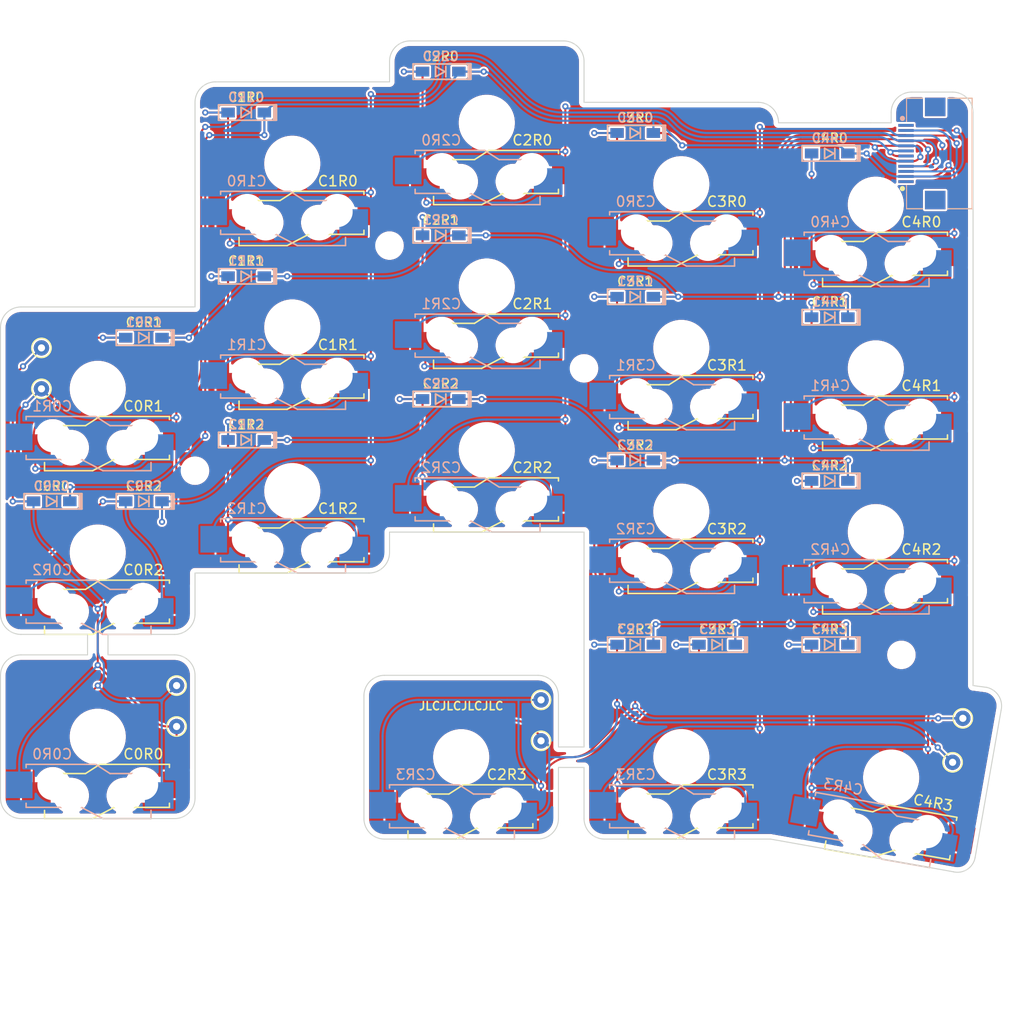
<source format=kicad_pcb>
(kicad_pcb (version 20240108) (generator "pcbnew") (generator_version "8.0")
  (layers (0 "F.Cu" signal) (31 "B.Cu" signal) (34 "B.Paste" user) (35 "F.Paste" user) (36 "B.SilkS" user "B.Silkscreen") (37 "F.SilkS" user "F.Silkscreen") (38 "B.Mask" user) (39 "F.Mask" user) (44 "Edge.Cuts" user))
  (net 0 "")
  (net 1 "SW1_R0")
  (net 2 "row0")
  (net 3 "Net-(D2-A)")
  (net 4 "Net-(D3-A)")
  (net 5 "Net-(D4-A)")
  (net 6 "Net-(D5-A)")
  (net 7 "Net-(D6-A)")
  (net 8 "row1")
  (net 9 "Net-(D7-A)")
  (net 10 "Net-(D8-A)")
  (net 11 "Net-(D9-A)")
  (net 12 "Net-(D10-A)")
  (net 13 "Net-(D11-A)")
  (net 14 "row2")
  (net 15 "Net-(D12-A)")
  (net 16 "Net-(D13-A)")
  (net 17 "Net-(D14-A)")
  (net 18 "Net-(D15-A)")
  (net 19 "row3")
  (net 20 "Net-(D17-A)")
  (net 21 "Net-(D18-A)")
  (net 22 "SW16_R3")
  (net 23 "col0")
  (net 24 "col2")
  (net 25 "col1")
  (net 26 "col3")
  (net 27 "col4")
  (footprint "zzkeeb:Switch_KS-miny-reversible-hotswap-south" (layer "F.Cu") (at 110.5 84)
    (property "Reference" "SW13" (hide yes))
    (property "Value" "Switch" (hide yes))
  )
  (footprint "zzkeeb:Diode_1N4148-SOD123-reversible-flip3d" (layer "F.Cu") (at 125 53 180)
    (property "Reference" "D4" (hide yes))
    (property "Value" "D" (hide yes))
  )
  (footprint "zzkeeb:Diode_1N4148-SOD123-reversible-flip3d" (layer "F.Cu") (at 144 87 180)
    (property "Reference" "D15" (hide yes))
    (property "Value" "D" (hide yes))
  )
  (footprint "zzkeeb:Switch_KS-miny-reversible-hotswap-south" (layer "F.Cu") (at 91.5 56)
    (property "Reference" "SW2" (hide yes))
    (property "Value" "Switch" (hide yes))
  )
  (footprint "zzkeeb:Switch_KS-miny-reversible-hotswap-south" (layer "F.Cu") (at 148.5 76)
    (property "Reference" "SW10" (hide yes))
    (property "Value" "Switch" (hide yes))
  )
  (footprint "zzkeeb:Switch_KS-miny-reversible-hotswap-south" (layer "F.Cu") (at 129.5 58)
    (property "Reference" "SW4" (hide yes))
    (property "Value" "Switch" (hide yes))
  )
  (footprint "zzkeeb:Switch_KS-miny-reversible-hotswap-south" (layer "F.Cu") (at 72.5 94)
    (property "Reference" "SW11" (hide yes))
    (property "Value" "Switch" (hide yes))
  )
  (footprint "zzkeeb:Diode_1N4148-SOD123-reversible-flip3d" (layer "F.Cu") (at 133 103 180)
    (property "Reference" "D17" (hide yes))
    (property "Value" "D" (hide yes))
  )
  (footprint "zzkeeb:Switch_KS-miny-reversible-hotswap-south" (layer "F.Cu") (at 129.5 74)
    (property "Reference" "SW9" (hide yes))
    (property "Value" "Switch" (hide yes))
  )
  (footprint "zzkeeb:Hole_M2" (layer "F.Cu") (at 151 104)
    (property "Reference" "H3" (hide yes))
    (property "Value" "MountingHole" (hide yes))
  )
  (footprint "zzkeeb:Diode_1N4148-SOD123-reversible-flip3d" (layer "F.Cu") (at 106 47 180)
    (property "Reference" "D3" (hide yes))
    (property "Value" "D" (hide yes))
  )
  (footprint "zzkeeb:Switch_KS-miny-reversible-hotswap-south" (layer "F.Cu") (at 148.5 60)
    (property "Reference" "SW5" (hide yes))
    (property "Value" "Switch" (hide yes))
  )
  (footprint "zzkeeb:Switch_KS-miny-reversible-hotswap-south" (layer "F.Cu") (at 110.5 52)
    (property "Reference" "SW3" (hide yes))
    (property "Value" "Switch" (hide yes))
  )
  (footprint "zzkeeb:Connector_FFC-12pin-0.5mm-horizontal" (layer "F.Cu") (at 153 55 90)
    (property "Reference" "J5")
    (property "Value" "Conn_01x12_Socket" (hide yes))
  )
  (footprint "TestPoint:TestPoint_THTPad_D1.5mm_Drill0.7mm" (layer "F.Cu") (at 67 78)
    (property "Reference" "J7" (hide yes))
    (property "Value" "C0")
  )
  (footprint "zzkeeb:Hole_M2" (layer "F.Cu") (at 101 64)
    (property "Reference" "H2" (hide yes))
    (property "Value" "MountingHole" (hide yes))
  )
  (footprint "TestPoint:TestPoint_THTPad_D1.5mm_Drill0.7mm" (layer "F.Cu") (at 156 114.5)
    (property "Reference" "J3" (hide yes))
    (property "Value" "R3")
  )
  (footprint "zzkeeb:Diode_1N4148-SOD123-reversible-flip3d" (layer "F.Cu") (at 68 89 180)
    (property "Reference" "D1" (hide yes))
    (property "Value" "D" (hide yes))
  )
  (footprint "zzkeeb:Switch_KS-miny-reversible-hotswap-south" (layer "F.Cu") (at 148.5 92)
    (property "Reference" "SW15" (hide yes))
    (property "Value" "Switch" (hide yes))
  )
  (footprint "zzkeeb:Switch_KS-miny-reversible-hotswap-south" (layer "F.Cu") (at 91.5 88)
    (property "Reference" "SW12" (hide yes))
    (property "Value" "Switch" (hide yes))
  )
  (footprint "zzkeeb:Switch_KS-miny-reversible-hotswap-south" (layer "F.Cu") (at 129.5 114)
    (property "Reference" "SW17" (hide yes))
    (property "Value" "Switch" (hide yes))
  )
  (footprint "zzkeeb:Diode_1N4148-SOD123-reversible-flip3d" (layer "F.Cu") (at 87 83 180)
    (property "Reference" "D12" (hide yes))
    (property "Value" "D" (hide yes))
  )
  (footprint "zzkeeb:Diode_1N4148-SOD123-reversible-flip3d" (layer "F.Cu") (at 144 55 180)
    (property "Reference" "D5" (hide yes))
    (property "Value" "D" (hide yes))
  )
  (footprint "zzkeeb:Diode_1N4148-SOD123-reversible-flip3d" (layer "F.Cu") (at 125 69 180)
    (property "Reference" "D9" (hide yes))
    (property "Value" "D" (hide yes))
  )
  (footprint "zzkeeb:Diode_1N4148-SOD123-reversible-flip3d" (layer "F.Cu") (at 87 67 180)
    (property "Reference" "D7" (hide yes))
    (property "Value" "D" (hide yes))
  )
  (footprint "zzkeeb:Diode_1N4148-SOD123-reversible-flip3d" (layer "F.Cu") (at 87 51 180)
    (property "Reference" "D2" (hide yes))
    (property "Value" "D" (hide yes))
  )
  (footprint "zzkeeb:Diode_1N4148-SOD123-reversible-flip3d" (layer "F.Cu") (at 77 89 180)
    (property "Reference" "D11" (hide yes))
    (property "Value" "D" (hide yes))
  )
  (footprint "TestPoint:TestPoint_THTPad_D1.5mm_Drill0.7mm" (layer "F.Cu") (at 115.8 108.4)
    (property "Reference" "J9" (hide yes))
    (property "Value" "C2")
  )
  (footprint "zzkeeb:Diode_1N4148-SOD123-reversible-flip3d" (layer "F.Cu") (at 125 85 180)
    (property "Reference" "D14" (hide yes))
    (property "Value" "D" (hide yes))
  )
  (footprint "zzkeeb:Diode_1N4148-SOD123-reversible-flip3d" (layer "F.Cu") (at 144 103 180)
    (property "Reference" "D18" (hide yes))
    (property "Value" "D" (hide yes))
  )
  (footprint "TestPoint:TestPoint_THTPad_D1.5mm_Drill0.7mm" (layer "F.Cu") (at 80.2 107)
    (property "Reference" "J8" (hide yes))
    (property "Value" "R0")
  )
  (footprint "zzkeeb:Diode_1N4148-SOD123-reversible-flip3d" (layer "F.Cu") (at 106 79 180)
    (property "Reference" "D13" (hide yes))
    (property "Value" "D" (hide yes))
  )
  (footprint "zzkeeb:Diode_1N4148-SOD123-reversible-flip3d" (layer "F.Cu") (at 125 103 180)
    (property "Reference" "D16" (hide yes))
    (property "Value" "D" (hide yes))
  )
  (footprint "zzkeeb:Switch_KS-miny-reversible-hotswap-south" (layer "F.Cu") (at 110.5 68)
    (property "Reference" "SW8" (hide yes))
    (property "Value" "Switch" (hide yes))
  )
  (footprint "zzkeeb:Diode_1N4148-SOD123-reversible-flip3d" (layer "F.Cu") (at 77 73 180)
    (property "Reference" "D6" (hide yes))
    (property "Value" "D" (hide yes))
  )
  (footprint "zzkeeb:Hole_M2" (layer "F.Cu") (at 120 76)
    (property "Reference" "H1" (hide yes))
    (property "Value" "MountingHole" (hide yes))
  )
  (footprint "zzkeeb:Hole_M2" (layer "F.Cu") (at 82 86)
    (property "Reference" "H4" (hide yes))
    (property "Value" "MountingHole" (hide yes))
  )
  (footprint "TestPoint:TestPoint_THTPad_D1.5mm_Drill0.7mm" (layer "F.Cu") (at 67 74)
    (property "Reference" "J1" (hide yes))
    (property "Value" "R0")
  )
  (footprint "TestPoint:TestPoint_THTPad_D1.5mm_Drill0.7mm" (layer "F.Cu") (at 115.8 112.4)
    (property "Reference" "J10" (hide yes))
    (property "Value" "R3")
  )
  (footprint "TestPoint:TestPoint_THTPad_D1.5mm_Drill0.7mm" (layer "F.Cu") (at 157 110.2)
    (property "Reference" "J4" (hide yes))
    (property "Value" "C2")
  )
  (footprint "zzkeeb:Switch_KS-miny-reversible-hotswap-south" (layer "F.Cu") (at 150 116 -10)
    (property "Reference" "SW18" (hide yes))
    (property "Value" "Switch" (hide yes))
  )
  (footprint "zzkeeb:Diode_1N4148-SOD123-reversible-flip3d" (layer "F.Cu") (at 106 63 180)
    (property "Reference" "D8" (hide yes))
    (property "Value" "D" (hide yes))
  )
  (footprint "zzkeeb:Switch_KS-miny-reversible-hotswap-south" (layer "F.Cu") (at 72.5 112)
    (property "Reference" "SW1" (hide yes))
    (property "Value" "Switch" (hide yes))
  )
  (footprint "zzkeeb:Diode_1N4148-SOD123-reversible-flip3d" (layer "F.Cu") (at 144 71 180)
    (property "Reference" "D10" (hide yes))
    (property "Value" "D" (hide yes))
  )
  (footprint "zzkeeb:Switch_KS-miny-reversible-hotswap-south" (layer "F.Cu") (at 91.5 72)
    (property "Reference" "SW7" (hide yes))
    (property "Value" "Switch" (hide yes))
  )
  (footprint "zzkeeb:Switch_KS-miny-reversible-hotswap-south" (layer "F.Cu") (at 72.5 78)
    (property "Reference" "SW6" (hide yes))
    (property "Value" "Switch" (hide yes))
  )
  (footprint "TestPoint:TestPoint_THTPad_D1.5mm_Drill0.7mm" (layer "F.Cu") (at 80.2 111)
    (property "Reference" "J2" (hide yes))
    (property "Value" "C0")
  )
  (footprint "zzkeeb:Switch_KS-miny-reversible-hotswap-south" (layer "F.Cu") (at 108 114)
    (property "Reference" "SW16" (hide yes))
    (property "Value" "Switch" (hide yes))
  )
  (footprint "zzkeeb:Switch_KS-miny-reversible-hotswap-south" (layer "F.Cu") (at 129.5 90)
    (property "Reference" "SW14" (hide yes))
    (property "Value" "Switch" (hide yes))
  )
  (footprint "zzkeeb:Connector_FFC-12pin-0.5mm-horizontal" (layer "B.Cu") (at 153 55 -90)
    (property "Reference" "J6")
    (property "Value" "Conn_01x12_Socket" (hide yes))
  )
  (gr_line (start 117.5 113) (end 120 113) (stroke (width 0.1)) (layer "Edge.Cuts"))
  (gr_line (start 98.5 108) (end 98.5 120) (stroke (width 0.1)) (layer "Edge.Cuts"))
  (gr_line (start 138.2 122) (end 122 122) (stroke (width 0.1)) (layer "Edge.Cuts"))
  (gr_arc (start 82 100) (mid 81.414214 101.414214) (end 80 102) (stroke (width 0.1)) (layer "Edge.Cuts"))
  (gr_line (start 117.5 115) (end 120 115) (stroke (width 0.1)) (layer "Edge.Cuts"))
  (gr_line (start 73.5 104) (end 73.5 102) (stroke (width 0.1)) (layer "Edge.Cuts"))
  (gr_arc (start 137 50) (mid 138.414214 50.585786) (end 139 52) (stroke (width 0.1)) (layer "Edge.Cuts"))
  (gr_arc (start 82 50) (mid 82.585786 48.585786) (end 84 48) (stroke (width 0.1)) (layer "Edge.Cuts"))
  (gr_line (start 115.5 106) (end 100.5 106) (stroke (width 0.1)) (layer "Edge.Cuts"))
  (gr_line (start 148 52) (end 150 52) (stroke (width 0.1)) (layer "Edge.Cuts"))
  (gr_arc (start 80 104) (mid 81.414214 104.585786) (end 82 106) (stroke (width 0.1)) (layer "Edge.Cuts"))
  (gr_line (start 71.5 102) (end 71.5 104) (stroke (width 0.1)) (layer "Edge.Cuts"))
  (gr_arc (start 118 44) (mid 119.414214 44.585786) (end 120 46) (stroke (width 0.1)) (layer "Edge.Cuts"))
  (gr_line (start 120 92) (end 101 92) (stroke (width 0.1)) (layer "Edge.Cuts"))
  (gr_arc (start 159.340017 107.177208) (mid 160.5 107.999027) (end 160.741293 109.4) (stroke (width 0.1)) (layer "Edge.Cuts"))
  (gr_arc (start 98.5 108) (mid 99.085786 106.585786) (end 100.5 106) (stroke (width 0.1)) (layer "Edge.Cuts"))
  (gr_arc (start 63 72) (mid 63.585786 70.585786) (end 65 70) (stroke (width 0.1)) (layer "Edge.Cuts"))
  (gr_line (start 63 100) (end 63 72) (stroke (width 0.1)) (layer "Edge.Cuts"))
  (gr_line (start 158 51) (end 158 107) (stroke (width 0.1)) (layer "Edge.Cuts"))
  (gr_line (start 103 44) (end 118 44) (stroke (width 0.1)) (layer "Edge.Cuts"))
  (gr_line (start 71.5 104) (end 65 104) (stroke (width 0.1)) (layer "Edge.Cuts"))
  (gr_arc (start 115.5 106) (mid 116.914214 106.585786) (end 117.5 108) (stroke (width 0.1)) (layer "Edge.Cuts"))
  (gr_line (start 63 106) (end 63 118) (stroke (width 0.1)) (layer "Edge.Cuts"))
  (gr_line (start 80 104) (end 73.5 104) (stroke (width 0.1)) (layer "Edge.Cuts"))
  (gr_line (start 117.5 108) (end 117.5 113) (stroke (width 0.1)) (layer "Edge.Cuts"))
  (gr_arc (start 101 94) (mid 100.414214 95.414214) (end 99 96) (stroke (width 0.1)) (layer "Edge.Cuts"))
  (gr_line (start 152 49) (end 156 49) (stroke (width 0.1)) (layer "Edge.Cuts"))
  (gr_line (start 65 70) (end 82 70) (stroke (width 0.1)) (layer "Edge.Cuts"))
  (gr_line (start 120 50) (end 137 50) (stroke (width 0.1)) (layer "Edge.Cuts"))
  (gr_line (start 65 102) (end 71.5 102) (stroke (width 0.1)) (layer "Edge.Cuts"))
  (gr_line (start 101 92) (end 101 94) (stroke (width 0.1)) (layer "Edge.Cuts"))
  (gr_arc (start 156 49) (mid 157.414214 49.585786) (end 158 51) (stroke (width 0.1)) (layer "Edge.Cuts"))
  (gr_line (start 120 115) (end 120 120) (stroke (width 0.1)) (layer "Edge.Cuts"))
  (gr_line (start 82 70) (end 82 50) (stroke (width 0.1)) (layer "Edge.Cuts"))
  (gr_arc (start 150 51) (mid 150.585786 49.585786) (end 152 49) (stroke (width 0.1)) (layer "Edge.Cuts"))
  (gr_line (start 84 48) (end 101 48) (stroke (width 0.1)) (layer "Edge.Cuts"))
  (gr_line (start 158 107) (end 159.340017 107.177208) (stroke (width 0.1)) (layer "Edge.Cuts"))
  (gr_line (start 101 48) (end 101 46) (stroke (width 0.1)) (layer "Edge.Cuts"))
  (gr_line (start 82 96) (end 82 100) (stroke (width 0.1)) (layer "Edge.Cuts"))
  (gr_line (start 65 120) (end 80 120) (stroke (width 0.1)) (layer "Edge.Cuts"))
  (gr_arc (start 65 102) (mid 63.585786 101.414214) (end 63 100) (stroke (width 0.1)) (layer "Edge.Cuts"))
  (gr_line (start 117.5 120) (end 117.5 115) (stroke (width 0.1)) (layer "Edge.Cuts"))
  (gr_arc (start 65 120) (mid 63.585786 119.414214) (end 63 118) (stroke (width 0.1)) (layer "Edge.Cuts"))
  (gr_line (start 99 96) (end 82 96) (stroke (width 0.1)) (layer "Edge.Cuts"))
  (gr_arc (start 158.2 123.8) (mid 157.442013 124.95695) (end 156.080289 125.19941) (stroke (width 0.1)) (layer "Edge.Cuts"))
  (gr_arc (start 63 106) (mid 63.585786 104.585786) (end 65 104) (stroke (width 0.1)) (layer "Edge.Cuts"))
  (gr_arc (start 100.5 122) (mid 99.085786 121.414214) (end 98.5 120) (stroke (width 0.1)) (layer "Edge.Cuts"))
  (gr_arc (start 122 122) (mid 120.585786 121.414214) (end 120 120) (stroke (width 0.1)) (layer "Edge.Cuts"))
  (gr_arc (start 101 46) (mid 101.585786 44.585786) (end 103 44) (stroke (width 0.1)) (layer "Edge.Cuts"))
  (gr_line (start 73.5 102) (end 80 102) (stroke (width 0.1)) (layer "Edge.Cuts"))
  (gr_arc (start 117.5 120) (mid 116.914214 121.414214) (end 115.5 122) (stroke (width 0.1)) (layer "Edge.Cuts"))
  (gr_line (start 82 118) (end 82 106) (stroke (width 0.1)) (layer "Edge.Cuts"))
  (gr_arc (start 82 118) (mid 81.414214 119.414214) (end 80 120) (stroke (width 0.1)) (layer "Edge.Cuts"))
  (gr_line (start 139 52) (end 148 52) (stroke (width 0.1)) (layer "Edge.Cuts"))
  (gr_line (start 120 46) (end 120 50) (stroke (width 0.1)) (layer "Edge.Cuts"))
  (gr_line (start 160.741293 109.4) (end 158.2 123.8) (stroke (width 0.1)) (layer "Edge.Cuts"))
  (gr_line (start 100.5 122) (end 115.5 122) (stroke (width 0.1)) (layer "Edge.Cuts"))
  (gr_line (start 120 113) (end 120 92) (stroke (width 0.1)) (layer "Edge.Cuts"))
  (gr_line (start 150 52) (end 150 51) (stroke (width 0.1)) (layer "Edge.Cuts"))
  (gr_line (start 138.2 122) (end 156.080289 125.19941) (stroke (width 0.1)) (layer "Edge.Cuts"))
  (gr_text "JLCJLCJLCJLC" (at 108 109 0) (layer "F.SilkS") (effects (font (size 0.8 0.8) (thickness 0.15) (bold yes))))
  (segment (start 64.2 89) (end 66.225 89) (width 0.2) (layer "F.Cu") (net 1))
  (segment (start 64.2 77.507106) (end 64.2 89) (width 0.2) (layer "F.Cu") (net 1))
  (segment (start 66.375 117.625) (end 66.5 117.75) (width 0.2) (layer "F.Cu") (net 1))
  (segment (start 65.2 75.8) (end 64.7 76.3) (width 0.2) (layer "F.Cu") (net 1))
  (segment (start 65.2 75.8) (end 67 74) (width 0.2) (layer "F.Cu") (net 1))
  (segment (start 67.752601 111.747398) (end 72.5 107) (width 0.2) (layer "F.Cu") (net 1))
  (segment (start 66.25 117.323223) (end 66.25 115.375) (width 0.2) (layer "F.Cu") (net 1))
  (via (at 65.2 75.8) (size 0.6) (drill 0.3) (layers "F.Cu" "B.Cu") (net 1))
  (via (at 72.5 107) (size 0.6) (drill 0.3) (layers "F.Cu" "B.Cu") (net 1))
  (via (at 64.2 89) (size 0.6) (drill 0.3) (layers "F.Cu" "B.Cu") (net 1))
  (arc (start 67.752601 111.747398) (mid 66.640513 113.411755) (end 66.25 115.375) (width 0.2) (layer "F.Cu") (net 1))
  (arc (start 64.2 77.507106) (mid 64.329945 76.853825) (end 64.7 76.3) (width 0.2) (layer "F.Cu") (net 1))
  (arc (start 66.375 117.625) (mid 66.282486 117.486543) (end 66.25 117.323223) (width 0.2) (layer "F.Cu") (net 1))
  (segment (start 73.1 105.975735) (end 73.1 104.981886) (width 0.2) (layer "B.Cu") (net 1))
  (segment (start 65.2 75.8) (end 67 74) (width 0.2) (layer "B.Cu") (net 1))
  (segment (start 64.2 89) (end 66.225 89) (width 0.2) (layer "B.Cu") (net 1))
  (segment (start 73.225 107.725) (end 72.5 107) (width 0.2) (layer "B.Cu") (net 1))
  (segment (start 67.321275 93.19701) (end 72.815885 98.69162) (width 0.2) (layer "B.Cu") (net 1))
  (segment (start 72.5 103.533239) (end 72.5 101.324264) (width 0.2) (layer "B.Cu") (net 1))
  (segment (start 78.625 117.625) (end 78.5 117.75) (width 0.2) (layer "B.Cu") (net 1))
  (segment (start 78.75 117.323223) (end 78.75 109.35) (width 0.2) (layer "B.Cu") (net 1))
  (segment (start 78.75 108.75) (end 78.75 109.35) (width 0.2) (layer "B.Cu") (net 1))
  (segment (start 74.975304 108.45) (end 78.45 108.45) (width 0.2) (layer "B.Cu") (net 1))
  (segment (start 66.225 90.550367) (end 66.225 89) (width 0.2) (layer "B.Cu") (net 1))
  (segment (start 73.1 99.875735) (end 73.1 99.377535) (width 0.2) (layer "B.Cu") (net 1))
  (segment (start 78.962132 108.237867) (end 80.2 107) (width 0.2) (layer "B.Cu") (net 1))
  (segment (start 72.8 106.7) (end 72.5 107) (width 0.2) (layer "B.Cu") (net 1))
  (arc (start 78.75 117.323223) (mid 78.717513 117.486543) (end 78.625 117.625) (width 0.2) (layer "B.Cu") (net 1))
  (arc (start 72.937102 104.588587) (mid 72.613601 104.104389) (end 72.5 103.533239) (width 0.2) (layer "B.Cu") (net 1))
  (arc (start 78.75 108.75) (mid 78.662132 108.537867) (end 78.45 108.45) (width 0.2) (layer "B.Cu") (net 1))
  (arc (start 73.225 107.725) (mid 74.028046 108.261578) (end 74.975304 108.45) (width 0.2) (layer "B.Cu") (net 1))
  (arc (start 78.962132 108.237867) (mid 78.805131 108.472835) (end 78.75 108.75) (width 0.2) (layer "B.Cu") (net 1))
  (arc (start 73.1 99.377535) (mid 73.026161 99.00632) (end 72.815885 98.69162) (width 0.2) (layer "B.Cu") (net 1))
  (arc (start 72.937102 104.588587) (mid 73.057665 104.769036) (end 73.1 104.981886) (width 0.2) (layer "B.Cu") (net 1))
  (arc (start 72.8 100.6) (mid 73.022032 100.267704) (end 73.1 99.875735) (width 0.2) (layer "B.Cu") (net 1))
  (arc (start 78.45 108.45) (mid 78.727163 108.394868) (end 78.962132 108.237867) (width 0.2) (layer "B.Cu") (net 1))
  (arc (start 66.225 90.550367) (mid 66.509912 91.98272) (end 67.321275 93.19701) (width 0.2) (layer "B.Cu") (net 1))
  (arc (start 72.8 106.7) (mid 73.022032 106.367704) (end 73.1 105.975735) (width 0.2) (layer "B.Cu") (net 1))
  (arc (start 72.8 100.6) (mid 72.577967 100.932295) (end 72.5 101.324264) (width 0.2) (layer "B.Cu") (net 1))
  (segment (start 69.775 87.642677) (end 69.775 89) (width 0.2) (layer "F.Cu") (net 2))
  (segment (start 83 82.6) (end 83 53.882842) (width 0.2) (layer "F.Cu") (net 2))
  (segment (start 156.4 52.75) (end 151.45 52.75) (width 0.2) (layer "F.Cu") (net 2))
  (segment (start 110.2 47) (end 107.775 47) (width 0.2) (layer "F.Cu") (net 2))
  (segment (start 69.7875 87.6125) (end 69.8 87.6) (width 0.2) (layer "F.Cu") (net 2))
  (segment (start 129.592892 54.207108) (end 128.955282 53.569498) (width 0.2) (layer "F.Cu") (net 2))
  (segment (start 83.4 53.2) (end 83.2 53.4) (width 0.2) (layer "F.Cu") (net 2))
  (segment (start 147.6 55) (end 145.775 55) (width 0.2) (layer "F.Cu") (net 2))
  (segment (start 88.775 53.2) (end 88.775 51) (width 0.2) (layer "F.Cu") (net 2))
  (segment (start 127.580392 53) (end 126.775 53) (width 0.2) (layer "F.Cu") (net 2))
  (via (at 156.4 52.75) (size 0.6) (drill 0.3) (layers "F.Cu" "B.Cu") (net 2))
  (via (at 69.8 87.6) (size 0.6) (drill 0.3) (layers "F.Cu" "B.Cu") (net 2))
  (via (at 129.592892 54.207108) (size 0.6) (drill 0.3) (layers "F.Cu" "B.Cu") (net 2))
  (via (at 147.6 55) (size 0.6) (drill 0.3) (layers "F.Cu" "B.Cu") (net 2))
  (via (at 83.4 53.2) (size 0.6) (drill 0.3) (layers "F.Cu" "B.Cu") (net 2))
  (via (at 83 82.6) (size 0.6) (drill 0.3) (layers "F.Cu" "B.Cu") (net 2))
  (via (at 88.775 53.2) (size 0.6) (drill 0.3) (layers "F.Cu" "B.Cu") (net 2))
  (via (at 110.2 47) (size 0.6) (drill 0.3) (layers "F.Cu" "B.Cu") (net 2))
  (arc (start 83.2 53.4) (mid 83.051978 53.621529) (end 83 53.882842) (width 0.2) (layer "F.Cu") (net 2))
  (arc (start 69.7875 87.6125) (mid 69.778248 87.626345) (end 69.775 87.642677) (width 0.2) (layer "F.Cu") (net 2))
  (arc (start 127.580392 53) (mid 128.324477 53.148007) (end 128.955282 53.569498) (width 0.2) (layer "F.Cu") (net 2))
  (segment (start 157 53.774264) (end 157 55.571799) (width 0.2) (layer "B.Cu") (net 2))
  (segment (start 107.707582 47.258103) (end 105.524159 49.441527) (width 0.2) (layer "B.Cu") (net 2))
  (segment (start 83.4 53.2) (end 88.775 53.2) (width 0.2) (layer "B.Cu") (net 2))
  (segment (start 110.882815 47.282815) (end 113.806207 50.206207) (width 0.2) (layer "B.Cu") (net 2))
  (segment (start 69.8 87.6) (end 75.746036 87.6) (width 0.2) (layer "B.Cu") (net 2))
  (segment (start 156.314168 56.885832) (end 156.555794 56.644206) (width 0.2) (layer "B.Cu") (net 2))
  (segment (start 90.140685 50.2) (end 103.693043 50.2) (width 0.2) (layer "B.Cu") (net 2))
  (segment (start 147.6 55) (end 146.057842 55) (width 0.2) (layer "B.Cu") (net 2))
  (segment (start 129.592892 54.207108) (end 127.446072 52.060288) (width 0.2) (layer "B.Cu") (net 2))
  (segment (start 69.8 88.957322) (end 69.8 87.6) (width 0.2) (layer "B.Cu") (net 2))
  (segment (start 151.45 57.25) (end 155.434988 57.25) (width 0.2) (layer "B.Cu") (net 2))
  (segment (start 144.409314 54.2) (end 129.605026 54.2) (width 0.2) (layer "B.Cu") (net 2))
  (segment (start 150.65 57.25) (end 151.45 57.25) (width 0.2) (layer "B.Cu") (net 2))
  (segment (start 83 82.6) (end 79.593792 86.006207) (width 0.2) (layer "B.Cu") (net 2))
  (segment (start 126.775 51.842677) (end 126.775 53) (width 0.2) (layer "B.Cu") (net 2))
  (segment (start 129.592892 54.207108) (end 129.592892 54.192892) (width 0.2) (layer "B.Cu") (net 2))
  (segment (start 145.575 54.8) (end 145.375 54.6) (width 0.2) (layer "B.Cu") (net 2))
  (segment (start 69.7875 88.9875) (end 69.775 89) (width 0.2) (layer "B.Cu") (net 2))
  (segment (start 147.6 55) (end 149.284314 56.684314) (width 0.2) (layer "B.Cu") (net 2))
  (segment (start 126.782322 51.8) (end 117.653963 51.8) (width 0.2) (layer "B.Cu") (net 2))
  (segment (start 126.782322 51.8) (end 126.817677 51.8) (width 0.2) (layer "B.Cu") (net 2))
  (segment (start 88.775 53.2) (end 88.775 51.565685) (width 0.2) (layer "B.Cu") (net 2))
  (segment (start 107.870343 47) (end 110.2 47) (width 0.2) (layer "B.Cu") (net 2))
  (segment (start 129.596446 54.203554) (end 129.592892 54.207108) (width 0.2) (layer "B.Cu") (net 2))
  (segment (start 156.7 53.05) (end 156.4 52.75) (width 0.2) (layer "B.Cu") (net 2))
  (arc (start 107.707582 47.258103) (mid 107.757478 47.183428) (end 107.775 47.095343) (width 0.2) (layer "B.Cu") (net 2))
  (arc (start 126.7875 51.8125) (mid 126.801345 51.803248) (end 126.817677 51.8) (width 0.2) (layer "B.Cu") (net 2))
  (arc (start 127.446072 52.060288) (mid 127.157763 51.867646) (end 126.817677 51.8) (width 0.2) (layer "B.Cu") (net 2))
  (arc (start 150.65 57.25) (mid 149.910896 57.102982) (end 149.284314 56.684314) (width 0.2) (layer "B.Cu") (net 2))
  (arc (start 126.7875 51.8125) (mid 126.789087 51.80452) (end 126.782322 51.8) (width 0.2) (layer "B.Cu") (net 2))
  (arc (start 157 55.571799) (mid 156.884555 56.152182) (end 156.555794 56.644206) (width 0.2) (layer "B.Cu") (net 2))
  (arc (start 79.593792 86.006207) (mid 77.828426 87.185786) (end 75.746036 87.6) (width 0.2) (layer "B.Cu") (net 2))
  (arc (start 145.575 54.8) (mid 145.796529 54.948021) (end 146.057842 55) (width 0.2) (layer "B.Cu") (net 2))
  (arc (start 89.175 50.6) (mid 88.878956 51.04306) (end 88.775 51.565685) (width 0.2) (layer "B.Cu") (net 2))
  (arc (start 110.2 47) (mid 110.569556 47.073502) (end 110.882815 47.282815) (width 0.2) (layer "B.Cu") (net 2))
  (arc (start 126.7875 51.8125) (mid 126.778248 51.826345) (end 126.775 51.842677) (width 0.2) (layer "B.Cu") (net 2))
  (arc (start 144.409314 54.2) (mid 144.931939 54.303956) (end 145.375 54.6) (width 0.2) (layer "B.Cu") (net 2))
  (arc (start 105.524159 49.441527) (mid 104.684036 50.002879) (end 103.693043 50.2) (width 0.2) (layer "B.Cu") (net 2))
  (arc (start 69.8 88.957322) (mid 69.796751 88.973654) (end 69.7875 88.9875) (width 0.2) (layer "B.Cu") (net 2))
  (arc (start 90.140685 50.2) (mid 89.61806 50.303956) (end 89.175 50.6) (width 0.2) (layer "B.Cu") (net 2))
  (arc (start 117.653963 51.8) (mid 115.571572 51.385786) (end 113.806207 50.206207) (width 0.2) (layer "B.Cu") (net 2))
  (arc (start 107.870343 47) (mid 107.802925 47.027925) (end 107.775 47.095343) (width 0.2) (layer "B.Cu") (net 2))
  (arc (start 129.596446 54.203554) (mid 129.600382 54.200923) (end 129.605026 54.2) (width 0.2) (layer "B.Cu") (net 2))
  (arc (start 156.7 53.05) (mid 156.922032 53.382295) (end 157 53.774264) (width 0.2) (layer "B.Cu") (net 2))
  (arc (start 156.314168 56.885832) (mid 155.910797 57.155356) (end 155.434988 57.25) (width 0.2) (layer "B.Cu") (net 2))
  (segment (start 85.45 61.7) (end 85.3625 61.6125) (width 0.2) (layer "F.Cu") (net 3))
  (segment (start 85.225 51) (end 83 51) (width 0.2) (layer "F.Cu") (net 3))
  (segment (start 85.4 63.8) (end 85.4 61.92071) (width 0.2) (layer "F.Cu") (net 3))
  (segment (start 85.225 51) (end 85.225 61.280545) (width 0.2) (layer "F.Cu") (net 3))
  (via (at 85.4 63.8) (size 0.6) (drill 0.3) (layers "F.Cu" "B.Cu") (net 3))
  (via (at 83 51) (size 0.6) (drill 0.3) (layers "F.Cu" "B.Cu") (net 3))
  (arc (start 85.225 61.280545) (mid 85.260735 61.460197) (end 85.3625 61.6125) (width 0.2) (layer "F.Cu") (net 3))
  (arc (start 85.45 61.8) (mid 85.412994 61.855382) (end 85.4 61.92071) (width 0.2) (layer "F.Cu") (net 3))
  (arc (start 85.45 61.8) (mid 85.47071 61.75) (end 85.45 61.7) (width 0.2) (layer "F.Cu") (net 3))
  (segment (start 93.48125 63.8) (end 92.91875 63.8) (width 0.2) (layer "B.Cu") (net 3))
  (segment (start 90.95 63.8) (end 88.7 63.8) (width 0.2) (layer "B.Cu") (net 3))
  (segment (start 88.7 63.8) (end 85.4 63.8) (width 0.2) (layer "B.Cu") (net 3))
  (segment (start 90.95 63.8) (end 91.79375 63.8) (width 0.2) (layer "B.Cu") (net 3))
  (segment (start 94.04375 63.8) (end 93.48125 63.8) (width 0.2) (layer "B.Cu") (net 3))
  (segment (start 83 51) (end 85.225 51) (width 0.2) (layer "B.Cu") (net 3))
  (segment (start 92.91875 63.8) (end 92.35625 63.8) (width 0.2) (layer "B.Cu") (net 3))
  (segment (start 96.245495 63.004504) (end 97.5 61.75) (width 0.2) (layer "B.Cu") (net 3))
  (segment (start 94.04375 63.8) (end 94.325 63.8) (width 0.2) (layer "B.Cu") (net 3))
  (segment (start 92.35625 63.8) (end 91.79375 63.8) (width 0.2) (layer "B.Cu") (net 3))
  (arc (start 94.325 63.8) (mid 95.364364 63.593257) (end 96.245495 63.004504) (width 0.2) (layer "B.Cu") (net 3))
  (segment (start 104.225 47) (end 104.225 57.280545) (width 0.2) (layer "F.Cu") (net 4))
  (segment (start 104.6 59.8) (end 104.55 59.75) (width 0.2) (layer "F.Cu") (net 4))
  (segment (start 102.4 47) (end 104.225 47) (width 0.2) (layer "F.Cu") (net 4))
  (segment (start 104.5 59.629289) (end 104.5 57.944454) (width 0.2) (layer "F.Cu") (net 4))
  (via (at 102.4 47) (size 0.6) (drill 0.3) (layers "F.Cu" "B.Cu") (net 4))
  (via (at 104.6 59.8) (size 0.6) (drill 0.3) (layers "F.Cu" "B.Cu") (net 4))
  (arc (start 104.5 59.629289) (mid 104.512994 59.694617) (end 104.55 59.75) (width 0.2) (layer "F.Cu") (net 4))
  (arc (start 104.3625 57.6125) (mid 104.260735 57.460197) (end 104.225 57.280545) (width 0.2) (layer "F.Cu") (net 4))
  (arc (start 104.3625 57.6125) (mid 104.464264 57.764801) (end 104.5 57.944454) (width 0.2) (layer "F.Cu") (net 4))
  (segment (start 102.4 47) (end 104.225 47) (width 0.2) (layer "B.Cu") (net 4))
  (segment (start 104.6 59.8) (end 113.000431 59.8) (width 0.2) (layer "B.Cu") (net 4))
  (segment (start 115.475 58.775) (end 116.5 57.75) (width 0.2) (layer "B.Cu") (net 4))
  (arc (start 115.475 58.775) (mid 114.339658 59.533611) (end 113.000431 59.8) (width 0.2) (layer "B.Cu") (net 4))
  (segment (start 122.775 53) (end 122.55 53) (width 0.2) (layer "F.Cu") (net 5))
  (segment (start 121 53) (end 122.55 53) (width 0.2) (layer "F.Cu") (net 5))
  (segment (start 122.915625 53) (end 122.859375 53) (width 0.2) (layer "F.Cu") (net 5))
  (segment (start 122.859375 53) (end 122.775 53) (width 0.2) (layer "F.Cu") (net 5))
  (segment (start 123.225 63.280545) (end 123.225 53.1125) (width 0.2) (layer "F.Cu") (net 5))
  (segment (start 123.45 65.75) (end 123.4 65.8) (width 0.2) (layer "F.Cu") (net 5))
  (segment (start 123.1125 53) (end 123.084375 53) (width 0.2) (layer "F.Cu") (net 5))
  (segment (start 122.971875 53) (end 122.915625 53) (width 0.2) (layer "F.Cu") (net 5))
  (segment (start 123.084375 53) (end 123.028125 53) (width 0.2) (layer "F.Cu") (net 5))
  (segment (start 122.971875 53) (end 123.028125 53) (width 0.2) (layer "F.Cu") (net 5))
  (segment (start 123.5 65.629289) (end 123.5 63.944454) (width 0.2) (layer "F.Cu") (net 5))
  (via (at 121 53) (size 0.6) (drill 0.3) (layers "F.Cu" "B.Cu") (net 5))
  (via (at 123.4 65.8) (size 0.6) (drill 0.3) (layers "F.Cu" "B.Cu") (net 5))
  (arc (start 123.225 63.280545) (mid 123.260735 63.460197) (end 123.3625 63.6125) (width 0.2) (layer "F.Cu") (net 5))
  (arc (start 123.225 53.1125) (mid 123.192049 53.03295) (end 123.1125 53) (width 0.2) (layer "F.Cu") (net 5))
  (arc (start 123.3625 63.6125) (mid 123.464264 63.764801) (end 123.5 63.944454) (width 0.2) (layer "F.Cu") (net 5))
  (arc (start 123.5 65.629289) (mid 123.487005 65.694617) (end 123.45 65.75) (width 0.2) (layer "F.Cu") (net 5))
  (segment (start 121 53) (end 123.225 53) (width 0.2) (layer "B.Cu") (net 5))
  (segment (start 131 65.8) (end 130.6 65.8) (width 0.2) (layer "B.Cu") (net 5))
  (segment (start 131.4 65.8) (end 131 65.8) (width 0.2) (layer "B.Cu") (net 5))
  (segment (start 134.174784 65.075215) (end 135.5 63.75) (width 0.2) (layer "B.Cu") (net 5))
  (segment (start 130.6 65.8) (end 130.2 65.8) (width 0.2) (layer "B.Cu") (net 5))
  (segment (start 131.8 65.8) (end 131.4 65.8) (width 0.2) (layer "B.Cu") (net 5))
  (segment (start 130.2 65.8) (end 123.4 65.8) (width 0.2) (layer "B.Cu") (net 5))
  (segment (start 132.2 65.8) (end 131.8 65.8) (width 0.2) (layer "B.Cu") (net 5))
  (segment (start 132.425 65.8) (end 132.2 65.8) (width 0.2) (layer "B.Cu") (net 5))
  (arc (start 134.174784 65.075215) (mid 133.371976 65.611634) (end 132.425 65.8) (width 0.2) (layer "B.Cu") (net 5))
  (segment (start 142.5 65.944454) (end 142.5 67.629289) (width 0.2) (layer "F.Cu") (net 6))
  (segment (start 142.225 57) (end 142.225 55) (width 0.2) (layer "F.Cu") (net 6))
  (segment (start 142.225 65.280545) (end 142.225 57) (width 0.2) (layer "F.Cu") (net 6))
  (segment (start 142.45 67.75) (end 142.4 67.8) (width 0.2) (layer "F.Cu") (net 6))
  (via (at 142.225 57) (size 0.6) (drill 0.3) (layers "F.Cu" "B.Cu") (net 6))
  (via (at 142.4 67.8) (size 0.6) (drill 0.3) (layers "F.Cu" "B.Cu") (net 6))
  (arc (start 142.5 67.629289) (mid 142.487005 67.694617) (end 142.45 67.75) (width 0.2) (layer "F.Cu") (net 6))
  (arc (start 142.3625 65.6125) (mid 142.260735 65.460197) (end 142.225 65.280545) (width 0.2) (layer "F.Cu") (net 6))
  (arc (start 142.3625 65.6125) (mid 142.464264 65.764801) (end 142.5 65.944454) (width 0.2) (layer "F.Cu") (net 6))
  (segment (start 150.59375 67.8) (end 150.18125 67.8) (width 0.2) (layer "B.Cu") (net 6))
  (segment (start 151.41875 67.8) (end 151.00625 67.8) (width 0.2) (layer "B.Cu") (net 6))
  (segment (start 147.5 67.8) (end 142.4 67.8) (width 0.2) (layer "B.Cu") (net 6))
  (segment (start 153.033363 67.216636) (end 154.5 65.75) (width 0.2) (layer "B.Cu") (net 6))
  (segment (start 151.41875 67.8) (end 151.625 67.8) (width 0.2) (layer "B.Cu") (net 6))
  (segment (start 151.00625 67.8) (end 150.59375 67.8) (width 0.2) (layer "B.Cu") (net 6))
  (segment (start 149.15 67.8) (end 149.76875 67.8) (width 0.2) (layer "B.Cu") (net 6))
  (segment (start 150.18125 67.8) (end 149.76875 67.8) (width 0.2) (layer "B.Cu") (net 6))
  (segment (start 142.225 57) (end 142.225 55) (width 0.2) (layer "B.Cu") (net 6))
  (segment (start 149.15 67.8) (end 147.5 67.8) (width 0.2) (layer "B.Cu") (net 6))
  (arc (start 151.625 67.8) (mid 152.3872 67.648388) (end 153.033363 67.216636) (width 0.2) (layer "B.Cu") (net 6))
  (segment (start 69.86066 74.939339) (end 71.375735 73.424263) (width 0.2) (layer "F.Cu") (net 7))
  (segment (start 73 73) (end 75.225 73) (width 0.2) (layer "F.Cu") (net 7))
  (segment (start 66.45 83.7) (end 66.375 83.625) (width 0.2) (layer "F.Cu") (net 7))
  (segment (start 73 73) (end 72.4 73) (width 0.2) (layer "F.Cu") (net 7))
  (segment (start 67.739339 80.06066) (end 66.939428 80.86057) (width 0.2) (layer "F.Cu") (net 7))
  (segment (start 66.25 82.525) (end 66.25 83.323223) (width 0.2) (layer "F.Cu") (net 7))
  (segment (start 66.4 83.92071) (end 66.4 85.8) (width 0.2) (layer "F.Cu") (net 7))
  (via (at 66.4 85.8) (size 0.6) (drill 0.3) (layers "F.Cu" "B.Cu") (net 7))
  (via (at 73 73) (size 0.6) (drill 0.3) (layers "F.Cu" "B.Cu") (net 7))
  (arc (start 71.375735 73.424263) (mid 71.845672 73.110262) (end 72.4 73) (width 0.2) (layer "F.Cu") (net 7))
  (arc (start 66.45 83.7) (mid 66.47071 83.75) (end 66.45 83.8) (width 0.2) (layer "F.Cu") (net 7))
  (arc (start 68.8 77.5) (mid 69.075656 76.11418) (end 69.86066 74.939339) (width 0.2) (layer "F.Cu") (net 7))
  (arc (start 68.8 77.5) (mid 68.524343 78.885819) (end 67.739339 80.06066) (width 0.2) (layer "F.Cu") (net 7))
  (arc (start 66.375 83.625) (mid 66.282486 83.486543) (end 66.25 83.323223) (width 0.2) (layer "F.Cu") (net 7))
  (arc (start 66.25 82.525) (mid 66.429176 81.624217) (end 66.939428 80.86057) (width 0.2) (layer "F.Cu") (net 7))
  (arc (start 66.4 83.92071) (mid 66.412994 83.855382) (end 66.45 83.8) (width 0.2) (layer "F.Cu") (net 7))
  (segment (start 76.891941 85.358058) (end 78.5 83.75) (width 0.2) (layer "B.Cu") (net 7))
  (segment (start 73.95 85.8) (end 72.7 85.8) (width 0.2) (layer "B.Cu") (net 7))
  (segment (start 75.04375 85.8) (end 75.35625 85.8) (width 0.2) (layer "B.Cu") (net 7))
  (segment (start 75.04375 85.8) (end 74.73125 85.8) (width 0.2) (layer "B.Cu") (net 7))
  (segment (start 74.41875 85.8) (end 73.95 85.8) (width 0.2) (layer "B.Cu") (net 7))
  (segment (start 74.73125 85.8) (end 74.41875 85.8) (width 0.2) (layer "B.Cu") (net 7))
  (segment (start 72.7 85.8) (end 66.4 85.8) (width 0.2) (layer "B.Cu") (net 7))
  (segment (start 75.825 85.8) (end 75.66875 85.8) (width 0.2) (layer "B.Cu") (net 7))
  (segment (start 73 73) (end 75.225 73) (width 0.2) (layer "B.Cu") (net 7))
  (segment (start 75.66875 85.8) (end 75.35625 85.8) (width 0.2) (layer "B.Cu") (net 7))
  (arc (start 75.825 85.8) (mid 76.402424 85.685143) (end 76.891941 85.358058) (width 0.2) (layer "B.Cu") (net 7))
  (segment (start 91 67) (end 88.775 67) (width 0.2) (layer "F.Cu") (net 8))
  (segment (start 156.025 53.625) (end 156.4 54) (width 0.2) (layer "F.Cu") (net 8))
  (segment (start 139.982311 53.686317) (end 139.734314 53.934314) (width 0.2) (layer "F.Cu") (net 8))
  (segment (start 139 55.707104) (end 139 69) (width 0.2) (layer "F.Cu") (net 8))
  (segment (start 129.2 69) (end 126.775 69) (width 0.2) (layer "F.Cu") (net 8))
  (segment (start 151.485355 53.25) (end 155.119669 53.25) (width 0.2) (layer "F.Cu") (net 8))
  (segment (start 145.6 69) (end 145.6875 69.0875) (width 0.2) (layer "F.Cu") (net 8))
  (segment (start 110.4 63) (end 107.775 63) (width 0.2) (layer "F.Cu") (net 8))
  (segment (start 145.775 69.298743) (end 145.775 71) (width 0.2) (layer "F.Cu") (net 8))
  (segment (start 81.4 73) (end 78.775 73) (width 0.2) (layer "F.Cu") (net 8))
  (segment (start 141.156385 53.2) (end 151.364644 53.2) (width 0.2) (layer "F.Cu") (net 8))
  (via (at 156.4 54) (size 0.6) (drill 0.3) (layers "F.Cu" "B.Cu") (net 8))
  (via (at 129.2 69) (size 0.6) (drill 0.3) (layers "F.Cu" "B.Cu") (net 8))
  (via (at 110.4 63) (size 0.6) (drill 0.3) (layers "F.Cu" "B.Cu") (net 8))
  (via (at 91 67) (size 0.6) (drill 0.3) (layers "F.Cu" "B.Cu") (net 8))
  (via (at 139 69) (size 0.6) (drill 0.3) (layers "F.Cu" "B.Cu") (net 8))
  (via (at 81.4 73) (size 0.6) (drill 0.3) (layers "F.Cu" "B.Cu") (net 8))
  (via (at 145.6 69) (size 0.6) (drill 0.3) (layers "F.Cu" "B.Cu") (net 8))
  (arc (start 139 55.707104) (mid 139.190841 54.747677) (end 139.734314 53.934314) (width 0.2) (layer "F.Cu") (net 8))
  (arc (start 141.156385 53.2) (mid 140.520981 53.32639) (end 139.982311 53.686317) (width 0.2) (layer "F.Cu") (net 8))
  (arc (start 151.425 53.225) (mid 151.397308 53.206497) (end 151.364644 53.2) (width 0.2) (layer "F.Cu") (net 8))
  (arc (start 145.775 69.298743) (mid 145.752259 69.184419) (end 145.6875 69.0875) (width 0.2) (layer "F.Cu") (net 8))
  (arc (start 151.425 53.225) (mid 151.452691 53.243502) (end 151.485355 53.25) (width 0.2) (layer "F.Cu") (net 8))
  (arc (start 156.025 53.625) (mid 155.60963 53.347459) (end 155.119669 53.25) (width 0.2) (layer "F.Cu") (net 8))
  (segment (start 156.4 55.869668) (end 156.4 54) (width 0.2) (layer "B.Cu") (net 8))
  (segment (start 156.138756 56.495557) (end 156.131955 56.502357) (width 0.2) (layer "B.Cu") (net 8))
  (segment (start 156.098813 56.535502) (end 156.111555 56.522759) (width 0.2) (layer "B.Cu") (net 8))
  (segment (start 156.125155 56.509157) (end 156.131955 56.502357) (width 0.2) (layer "B.Cu") (net 8))
  (segment (start 139 69) (end 145.6 69) (width 0.2) (layer "B.Cu") (net 8))
  (segment (start 106.184574 63.415425) (end 104.193792 65.406207) (width 0.2) (layer "B.Cu") (net 8))
  (segment (start 107.628125 63) (end 107.334375 63) (width 0.2) (layer "B.Cu") (net 8))
  (segment (start 155.627957 56.75) (end 151.45 56.75) (width 0.2) (layer "B.Cu") (net 8))
  (segment (start 139 69) (end 129.2 69) (width 0.2) (layer "B.Cu") (net 8))
  (segment (start 86.913864 67.486135) (end 81.4 73) (width 0.2) (layer "B.Cu") (net 8))
  (segment (start 145.775 69.298743) (end 145.775 71) (width 0.2) (layer "B.Cu") (net 8))
  (segment (start 108.509375 63) (end 109.10625 63) (width 0.2) (layer "B.Cu") (net 8))
  (segment (start 91 67) (end 100.346036 67) (width 0.2) (layer "B.Cu") (net 8))
  (segment (start 156.118355 56.515958) (end 156.111555 56.522759) (width 0.2) (layer "B.Cu") (net 8))
  (segment (start 110.4 63) (end 109.96875 63) (width 0.2) (layer "B.Cu") (net 8))
  (segment (start 118.993792 64.593792) (end 119.206207 64.806207) (width 0.2) (layer "B.Cu") (net 8))
  (segment (start 129.2 69) (end 126.775 69) (width 0.2) (layer "B.Cu") (net 8))
  (segment (start 107.334375 63) (end 107.1875 63) (width 0.2) (layer "B.Cu") (net 8))
  (segment (start 129.2 69) (end 127.9 67.7) (width 0.2) (layer "B.Cu") (net 8))
  (segment (start 156.138756 56.495557) (end 156.142157 56.492157) (width 0.2) (layer "B.Cu") (net 8))
  (segment (start 156.076696 56.557623) (end 156.065638 56.568684) (width 0.2) (layer "B.Cu") (net 8))
  (segment (start 145.6875 69.0875) (end 145.6 69) (width 0.2) (layer "B.Cu") (net 8))
  (segment (start 124.761522 66.4) (end 123.053963 66.4) (width 0.2) (layer "B.Cu") (net 8))
  (segment (start 156.125155 56.509157) (end 156.118355 56.515958) (width 0.2) (layer "B.Cu") (net 8))
  (segment (start 109.96875 63) (end 109.10625 63) (width 0.2) (layer "B.Cu") (net 8))
  (segment (start 115.146036 63) (end 110.4 63) (width 0.2) (layer "B.Cu") (net 8))
  (segment (start 91 67) (end 88.775 67) (width 0.2) (layer "B.Cu") (net 8))
  (segment (start 156.098813 56.535502) (end 156.076696 56.557623) (width 0.2) (layer "B.Cu") (net 8))
  (segment (start 108.215625 63) (end 107.921875 63) (width 0.2) (layer "B.Cu") (net 8))
  (segment (start 81.4 73) (end 78.775 73) (width 0.2) (layer "B.Cu") (net 8))
  (segment (start 88.0875 67) (end 88.775 67) (width 0.2) (layer "B.Cu") (net 8))
  (segment (start 107.628125 63) (end 107.921875 63) (width 0.2) (layer "B.Cu") (net 8))
  (segment (start 108.509375 63) (end 108.215625 63) (width 0.2) (layer "B.Cu") (net 8))
  (arc (start 155.627957 56.75) (mid 155.864833 56.702877) (end 156.065638 56.568684) (width 0.2) (layer "B.Cu") (net 8))
  (arc (start 100.346036 67) (mid 102.428426 66.585786) (end 104.193792 65.406207) (width 0.2) (layer "B.Cu") (net 8))
  (arc (start 124.761522 66.4) (mid 126.460054 66.737858) (end 127.9 67.7) (width 0.2) (layer "B.Cu") (net 8))
  (arc (start 156.4 55.869668) (mid 156.332988 56.206556) (end 156.142157 56.492157) (width 0.2) (layer "B.Cu") (net 8))
  (arc (start 145.775 69.298743) (mid 145.752259 69.184419) (end 145.6875 69.0875) (width 0.2) (layer "B.Cu") (net 8))
  (arc (start 115.146036 63) (mid 117.228426 63.414213) (end 118.993792 64.593792) (width 0.2) (layer "B.Cu") (net 8))
  (arc (start 106.184574 63.415425) (mid 106.64472 63.107965) (end 107.1875 63) (width 0.2) (layer "B.Cu") (net 8))
  (arc (start 123.053963 66.4) (mid 120.971572 65.985786) (end 119.206207 64.806207) (width 0.2) (layer "B.Cu") (net 8))
  (arc (start 86.913864 67.486135) (mid 87.452332 67.126342) (end 88.0875 67) (width 0.2) (layer "B.Cu") (net 8))
  (segment (start 85.5 77.944454) (end 85.5 79.629289) (width 0.2) (layer "F.Cu") (net 9))
  (segment (start 85.225 67) (end 85.225 77.280545) (width 0.2) (layer "F.Cu") (net 9))
  (segment (start 85.4 79.8) (end 85.45 79.75) (width 0.2) (layer "F.Cu") (net 9))
  (segment (start 85.225 67) (end 83.6 67) (width 0.2) (layer "F.Cu") (net 9))
  (via (at 83.6 67) (size 0.6) (drill 0.3) (layers "F.Cu" "B.Cu") (net 9))
  (via (at 85.4 79.8) (size 0.6) (drill 0.3) (layers "F.Cu" "B.Cu") (net 9))
  (arc (start 85.45 79.75) (mid 85.487005 79.694617) (end 85.5 79.629289) (width 0.2) (layer "F.Cu") (net 9))
  (arc (start 85.225 77.280545) (mid 85.260735 77.460197) (end 85.3625 77.6125) (width 0.2) (layer "F.Cu") (net 9))
  (arc (start 85.5 77.944454) (mid 85.464264 77.764801) (end 85.3625 77.6125) (width 0.2) (layer "F.Cu") (net 9))
  (segment (start 94.29375 79.8) (end 93.83125 79.8) (width 0.2) (layer "B.Cu") (net 9))
  (segment (start 93.36875 79.8) (end 92.90625 79.8) (width 0.2) (layer "B.Cu") (net 9))
  (segment (start 96.104073 79.145926) (end 97.5 77.75) (width 0.2) (layer "B.Cu") (net 9))
  (segment (start 91.75 79.8) (end 92.44375 79.8) (width 0.2) (layer "B.Cu") (net 9))
  (segment (start 91.75 79.8) (end 89.9 79.8) (width 0.2) (layer "B.Cu") (net 9))
  (segment (start 83.6 67) (end 85.225 67) (width 0.2) (layer "B.Cu") (net 9))
  (segment (start 93.83125 79.8) (end 93.36875 79.8) (width 0.2) (layer "B.Cu") (net 9))
  (segment (start 94.525 79.8) (end 94.29375 79.8) (width 0.2) (layer "B.Cu") (net 9))
  (segment (start 85.4 79.8) (end 89.9 79.8) (width 0.2) (layer "B.Cu") (net 9))
  (segment (start 92.90625 79.8) (end 92.44375 79.8) (width 0.2) (layer "B.Cu") (net 9))
  (arc (start 94.525 79.8) (mid 95.379588 79.630011) (end 96.104073 79.145926) (width 0.2) (layer "B.Cu") (net 9))
  (segment (start 104.225 63) (end 104.225 73.280545) (width 0.2) (layer "F.Cu") (net 10))
  (segment (start 104.225 61.225) (end 104.225 63) (width 0.2) (layer "F.Cu") (net 10))
  (segment (start 104.45 75.75) (end 104.4 75.8) (width 0.2) (layer "F.Cu") (net 10))
  (segment (start 104.5 75.629289) (end 104.5 73.944454) (width 0.2) (layer "F.Cu") (net 10))
  (via (at 104.4 75.8) (size 0.6) (drill 0.3) (layers "F.Cu" "B.Cu") (net 10))
  (via (at 104.225 61.225) (size 0.6) (drill 0.3) (layers "F.Cu" "B.Cu") (net 10))
  (arc (start 104.45 75.75) (mid 104.487005 75.694617) (end 104.5 75.629289) (width 0.2) (layer "F.Cu") (net 10))
  (arc (start 104.3625 73.6125) (mid 104.464264 73.764801) (end 104.5 73.944454) (width 0.2) (layer "F.Cu") (net 10))
  (arc (start 104.3625 73.6125) (mid 104.260735 73.460197) (end 104.225 73.280545) (width 0.2) (layer "F.Cu") (net 10))
  (segment (start 104.225 61.225) (end 104.225 63) (width 0.2) (layer "B.Cu") (net 10))
  (segment (start 114.891941 75.358058) (end 116.5 73.75) (width 0.2) (layer "B.Cu") (net 10))
  (segment (start 113.04375 75.8) (end 113.35625 75.8) (width 0.2) (layer "B.Cu") (net 10))
  (segment (start 113.825 75.8) (end 113.66875 75.8) (width 0.2) (layer "B.Cu") (net 10))
  (segment (start 112.41875 75.8) (end 111.95 75.8) (width 0.2) (layer "B.Cu") (net 10))
  (segment (start 111.95 75.8) (end 110.7 75.8) (width 0.2) (layer "B.Cu") (net 10))
  (segment (start 113.04375 75.8) (end 112.73125 75.8) (width 0.2) (layer "B.Cu") (net 10))
  (segment (start 113.66875 75.8) (end 113.35625 75.8) (width 0.2) (layer "B.Cu") (net 10))
  (segment (start 112.73125 75.8) (end 112.41875 75.8) (width 0.2) (layer "B.Cu") (net 10))
  (segment (start 110.7 75.8) (end 104.4 75.8) (width 0.2) (layer "B.Cu") (net 10))
  (arc (start 114.891941 75.358058) (mid 114.402424 75.685143) (end 113.825 75.8) (width 0.2) (layer "B.Cu") (net 10))
  (segment (start 123.1125 69) (end 123.084375 69) (width 0.2) (layer "F.Cu") (net 11))
  (segment (start 123.084375 69) (end 123.028125 69) (width 0.2) (layer "F.Cu") (net 11))
  (segment (start 122.775 69) (end 122.55 69) (width 0.2) (layer "F.Cu") (net 11))
  (segment (start 123.5 79.944454) (end 123.5 81.629289) (width 0.2) (layer "F.Cu") (net 11))
  (segment (start 122.859375 69) (end 122.775 69) (width 0.2) (layer "F.Cu") (net 11))
  (segment (start 122.915625 69) (end 122.859375 69) (width 0.2) (layer "F.Cu") (net 11))
  (segment (start 123.45 81.75) (end 123.4 81.8) (width 0.2) (layer "F.Cu") (net 11))
  (segment (start 121 69) (end 122.55 69) (width 0.2) (layer "F.Cu") (net 11))
  (segment (start 122.971875 69) (end 122.915625 69) (width 0.2) (layer "F.Cu") (net 11))
  (segment (start 123.225 69.1125) (end 123.225 79.280545) (width 0.2) (layer "F.Cu") (net 11))
  (segment (start 122.971875 69) (end 123.028125 69) (width 0.2) (layer "F.Cu") (net 11))
  (via (at 121 69) (size 0.6) (drill 0.3) (layers "F.Cu" "B.Cu") (net 11))
  (via (at 123.4 81.8) (size 0.6) (drill 0.3) (layers "F.Cu" "B.Cu") (net 11))
  (arc (start 123.3625 79.6125) (mid 123.260735 79.460197) (end 123.225 79.280545) (width 0.2) (layer "F.Cu") (net 11))
  (arc (start 123.225 69.1125) (mid 123.192049 69.03295) (end 123.1125 69) (width 0.2) (layer "F.Cu") (net 11))
  (arc (start 123.3625 79.6125) (mid 123.464264 79.764801) (end 123.5 79.944454) (width 0.2) (layer "F.Cu") (net 11))
  (arc (start 123.45 81.75) (mid 123.487005 81.694617) (end 123.5 81.629289) (width 0.2) (layer "F.Cu") (net 11))
  (segment (start 132.8375 81.8) (end 132.8 81.8) (width 0.2) (layer "B.Cu") (net 11))
  (segment (start 121 69) (end 123.225 69) (width 0.2) (layer "B.Cu") (net 11))
  (segment (start 132.2 81.8) (end 132 81.8) (width 0.2) (layer "B.Cu") (net 11))
  (segment (start 123.4 81.8) (end 132 81.8) (width 0.2) (layer "B.Cu") (net 11))
  (segment (start 132.6 81.8) (end 132.4 81.8) (width 0.2) (layer "B.Cu") (net 11))
  (segment (start 132.4 81.8) (end 132.2 81.8) (width 0.2) (layer "B.Cu") (net 11))
  (segment (start 132.9625 81.8) (end 133.025 81.8) (width 0.2) (layer "B.Cu") (net 11))
  (segment (start 132.9625 81.8) (end 132.8375 81.8) (width 0.2) (layer "B.Cu") (net 11))
  (segment (start 133.75052 81.499479) (end 135.5 79.75) (width 0.2) (layer "B.Cu") (net 11))
  (segment (start 132.8 81.8) (end 132.6 81.8) (width 0.2) (layer "B.Cu") (net 11))
  (arc (start 133.025 81.8) (mid 133.417648 81.721897) (end 133.75052 81.499479) (width 0.2) (layer "B.Cu") (net 11))
  (segment (start 142.225 71) (end 142.225 81.280545) (width 0.2) (layer "F.Cu") (net 12))
  (segment (start 142.45 83.75) (end 142.4 83.8) (width 0.2) (layer "F.Cu") (net 12))
  (segment (start 142.225 71) (end 142.225 69.642677) (width 0.2) (layer "F.Cu") (net 12))
  (segment (start 142.5 81.944454) (end 142.5 83.629289) (width 0.2) (layer "F.Cu") (net 12))
  (segment (start 142.2 69.6) (end 142.2125 69.6125) (width 0.2) (layer "F.Cu") (net 12))
  (via (at 142.4 83.8) (size 0.6) (drill 0.3) (layers "F.Cu" "B.Cu") (net 12))
  (via (at 142.2 69.6) (size 0.6) (drill 0.3) (layers "F.Cu" "B.Cu") (net 12))
  (arc (start 142.3625 81.6125) (mid 142.464264 81.764801) (end 142.5 81.944454) (width 0.2) (layer "F.Cu") (net 12))
  (arc (start 142.3625 81.6125) (mid 142.260735 81.460197) (end 142.225 81.280545) (width 0.2) (layer "F.Cu") (net 12))
  (arc (start 142.2125 69.6125) (mid 142.221751 69.626345) (end 142.225 69.642677) (width 0.2) (layer "F.Cu") (net 12))
  (arc (start 142.5 83.629289) (mid 142.487005 83.694617) (end 142.45 83.75) (width 0.2) (layer "F.Cu") (net 12))
  (segment (start 151.825 83.8) (end 151.6 83.8) (width 0.2) (layer "B.Cu") (net 12))
  (segment (start 150.6 83.8) (end 142.4 83.8) (width 0.2) (layer "B.Cu") (net 12))
  (segment (start 152.891941 83.358058) (end 154.5 81.75) (width 0.2) (layer "B.Cu") (net 12))
  (segment (start 151.2 83.8) (end 151 83.8) (width 0.2) (layer "B.Cu") (net 12))
  (segment (start 151 83.8) (end 150.8 83.8) (width 0.2) (layer "B.Cu") (net 12))
  (segment (start 142.2 69.6) (end 142.2125 69.6125) (width 0.2) (layer "B.Cu") (net 12))
  (segment (start 151.6 83.8) (end 151.4 83.8) (width 0.2) (layer "B.Cu") (net 12))
  (segment (start 150.8 83.8) (end 150.6 83.8) (width 0.2) (layer "B.Cu") (net 12))
  (segment (start 142.225 69.642677) (end 142.225 71) (width 0.2) (layer "B.Cu") (net 12))
  (segment (start 151.4 83.8) (end 151.2 83.8) (width 0.2) (layer "B.Cu") (net 12))
  (arc (start 142.225 69.642677) (mid 142.221751 69.626345) (end 142.2125 69.6125) (width 0.2) (layer "B.Cu") (net 12))
  (arc (start 152.891941 83.358058) (mid 152.402424 83.685143) (end 151.825 83.8) (width 0.2) (layer "B.Cu") (net 12))
  (segment (start 73 89) (end 75.225 89) (width 0.2) (layer "F.Cu") (net 13))
  (segment (start 67.575825 94.424174) (end 73 89) (width 0.2) (layer "F.Cu") (net 13))
  (segment (start 66.375 99.625) (end 66.5 99.75) (width 0.2) (layer "F.Cu") (net 13))
  (segment (start 66.25 97.625) (end 66.25 99.323223) (width 0.2) (layer "F.Cu") (net 13))
  (via (at 73 89) (size 0.6) (drill 0.3) (layers "F.Cu" "B.Cu") (net 13))
  (arc (start 67.575825 94.424174) (mid 66.59457 95.892725) (end 66.25 97.625) (width 0.2) (layer "F.Cu") (net 13))
  (arc (start 66.375 99.625) (mid 66.282486 99.486543) (end 66.25 99.323223) (width 0.2) (layer "F.Cu") (net 13))
  (segment (start 78.625 99.625) (end 78.5 99.75) (width 0.2) (layer "B.Cu") (net 13))
  (segment (start 73 89) (end 75.225 89) (width 0.2) (layer "B.Cu") (net 13))
  (segment (start 75.225 90.0125) (end 75.225 89) (width 0.2) (layer "B.Cu") (net 13))
  (segment (start 78.75 99.323223) (end 78.75 96.803963) (width 0.2) (layer "B.Cu") (net 13))
  (segment (start 75.940945 91.740945) (end 77.156207 92.956207) (width 0.2) (layer "B.Cu") (net 13))
  (arc (start 78.75 99.323223) (mid 78.717513 99.486543) (end 78.625 99.625) (width 0.2) (layer "B.Cu") (net 13))
  (arc (start 75.940945 91.740945) (mid 75.411068 90.947927) (end 75.225 90.0125) (width 0.2) (layer "B.Cu") (net 13))
  (arc (start 77.156207 92.956207) (mid 78.335786 94.721572) (end 78.75 96.803963) (width 0.2) (layer "B.Cu") (net 13))
  (segment (start 151.489644 53.75) (end 151.198222 53.75) (width 0.2) (layer "F.Cu") (net 14))
  (segment (start 151.763756 53.75) (end 151.506954 53.75) (width 0.2) (layer "F.Cu") (net 14))
  (segment (start 151.860057 53.75) (end 151.763756 53.75) (width 0.2) (layer "F.Cu") (net 14))
  (segment (start 151.924257 53.75) (end 151.860057 53.75) (width 0.2) (layer "F.Cu") (net 14))
  (segment (start 150.797785 53.75) (end 150.713763 53.75) (width 0.2) (layer "F.Cu") (net 14))
  (segment (start 150.96583 53.75) (end 150.881807 53.75) (width 0.2) (layer "F.Cu") (net 14))
  (segment (start 150.309618 53.6) (end 141.174643 53.6) (width 0.2) (layer "F.Cu") (net 14))
  (segment (start 151.049853 53.75) (end 151.198222 53.75) (width 0.2) (layer "F.Cu") (net 14))
  (segment (start 145.7875 85.0125) (end 145.8 85) (width 0.2) (layer "F.Cu") (net 14))
  (segment (start 78.775 91) (end 78.775 89) (width 0.2) (layer "F.Cu") (net 14))
  (segment (start 140.252245 53.982069) (end 140.081798 54.152516) (width 0.2) (layer "F.Cu") (net 14))
  (segment (start 139.6 55.315681) (end 139.6 85) (width 0.2) (layer "F.Cu") (net 14))
  (segment (start 152.052657 53.75) (end 151.988457 53.75) (width 0.2) (layer "F.Cu") (net 14))
  (segment (start 151.988457 53.75) (end 151.924257 53.75) (width 0.2) (layer "F.Cu") (net 14))
  (segment (start 91 83) (end 88.775 83) (width 0.2) (layer "F.Cu") (net 14))
  (segment (start 151.049853 53.75) (end 150.96583 53.75) (width 0.2) (layer "F.Cu") (net 14))
  (segment (start 150.797785 53.75) (end 150.881807 53.75) (width 0.2) (layer "F.Cu") (net 14))
  (segment (start 151.489644 53.75) (end 151.506954 53.75) (width 0.2) (layer "F.Cu") (net 14))
  (segment (start 150.713763 53.75) (end 150.671752 53.75) (width 0.2) (layer "F.Cu") (net 14))
  (segment (start 152.116858 53.75) (end 152.052657 53.75) (width 0.2) (layer "F.Cu") (net 14))
  (segment (start 153.6 54.6) (end 153.175 54.175) (width 0.2) (layer "F.Cu") (net 14))
  (segment (start 145.775 85.042677) (end 145.775 87) (width 0.2) (layer "F.Cu") (net 14))
  (segment (start 110 79) (end 107.775 79) (width 0.2) (layer "F.Cu") (net 14))
  (segment (start 152.116858 53.75) (end 152.148959 53.75) (width 0.2) (layer "F.Cu") (net 14))
  (segment (start 128.8 85) (end 126.775 85) (width 0.2) (layer "F.Cu") (net 14))
  (via (at 139.6 85) (size 0.6) (drill 0.3) (layers "F.Cu" "B.Cu") (net 14))
  (via (at 128.8 85) (size 0.6) (drill 0.3) (layers "F.Cu" "B.Cu") (net 14))
  (via (at 153.6 54.6) (size 0.6) (drill 0.3) (layers "F.Cu" "B.Cu") (net 14))
  (via (at 110 79) (size 0.6) (drill 0.3) (layers "F.Cu" "B.Cu") (net 14))
  (via (at 145.8 85) (size 0.6) (drill 0.3) (layers "F.Cu" "B.Cu") (net 14))
  (via (at 78.775 91) (size 0.6) (drill 0.3) (layers "F.Cu" "B.Cu") (net 14))
  (via (at 91 83) (size 0.6) (drill 0.3) (layers "F.Cu" "B.Cu") (net 14))
  (arc (start 150.671752 53.75) (mid 150.573759 53.730508) (end 150.490685 53.675) (width 0.2) (layer "F.Cu") (net 14))
  (arc (start 152.148959 53.75) (mid 152.704248 53.860453) (end 153.175 54.175) (width 0.2) (layer "F.Cu") (net 14))
  (arc (start 139.6 55.315681) (mid 139.725215 54.686181) (end 140.081798 54.152516) (width 0.2) (layer "F.Cu") (net 14))
  (arc (start 140.252245 53.982069) (mid 140.675445 53.699297) (end 141.174643 53.6) (width 0.2) (layer "F.Cu") (net 14))
  (arc (start 145.775 85.042677) (mid 145.778248 85.026345) (end 145.7875 85.0125) (width 0.2) (layer "F.Cu") (net 14))
  (arc (start 150.490685 53.675) (mid 150.40761 53.619491) (end 150.309618 53.6) (width 0.2) (layer "F.Cu") (net 14))
  (segment (start 116.771036 79) (end 110 79) (width 0.2) (layer "B.Cu") (net 14))
  (segment (start 80.775 89) (end 78.775 89) (width 0.2) (layer "B.Cu") (net 14))
  (segment (start 108.603125 79) (end 108.246875 79) (width 0.2) (layer "B.Cu") (net 14))
  (segment (start 108.246875 79) (end 107.890625 79) (width 0.2) (layer "B.Cu") (net 14))
  (segment (start 125.9 85) (end 126.775 85) (width 0.2) (layer "B.Cu") (net 14))
  (segment (start 107.334375 79) (end 107.1875 79) (width 0.2) (layer "B.Cu") (net 14))
  (segment (start 84.189213 87.585786) (end 88.775 83) (width 0.2) (layer "B.Cu") (net 14))
  (segment (start 153.6 55.652512) (end 153.6 54.6) (width 0.2) (layer "B.Cu") (net 14))
  (segment (start 109.7375 79) (end 110 79) (width 0.2) (layer "B.Cu") (net 14))
  (segment (start 153.002512 56.25) (end 151.45 56.25) (width 0.2) (layer "B.Cu") (net 14))
  (segment (start 78.775 91) (end 78.775 89) (width 0.2) (layer "B.Cu") (net 14))
  (segment (start 139.6 85) (end 128.8 85) (width 0.2) (layer "B.Cu") (net 14))
  (segment (start 145.7875 85.0125) (end 145.8 85) (width 0.2) (layer "B.Cu") (net 14))
  (segment (start 139.6 85) (end 145.8 85) (width 0.2) (layer "B.Cu") (net 14))
  (segment (start 109.7375 79) (end 109.2125 79) (width 0.2) (layer "B.Cu") (net 14))
  (segment (start 145.775 85.042677) (end 145.775 87) (width 0.2) (layer "B.Cu") (net 14))
  (segment (start 91 83) (end 88.775 83) (width 0.2) (layer "B.Cu") (net 14))
  (segment (start 91 83) (end 100.346036 83) (width 0.2) (layer "B.Cu") (net 14))
  (segment (start 107.628125 79) (end 107.890625 79) (width 0.2) (layer "B.Cu") (net 14))
  (segment (start 107.628125 79) (end 107.334375 79) (width 0.2) (layer "B.Cu") (net 14))
  (segment (start 128.8 85) (end 126.775 85) (width 0.2) (layer "B.Cu") (net 14))
  (segment (start 124.406281 84.381281) (end 120.618792 80.593792) (width 0.2) (layer "B.Cu") (net 14))
  (segment (start 108.603125 79) (end 109.2125 79) (width 0.2) (layer "B.Cu") (net 14))
  (segment (start 104.193792 81.406207) (end 106.184574 79.415425) (width 0.2) (layer "B.Cu") (net 14))
  (arc (start 84.189213 87.585786) (mid 82.622758 88.632457) (end 80.775 89) (width 0.2) (layer "B.Cu") (net 14))
  (arc (start 106.184574 79.415425) (mid 106.64472 79.107965) (end 107.1875 79) (width 0.2) (layer "B.Cu") (net 14))
  (arc (start 116.771036 79) (mid 118.853426 79.414213) (end 120.618792 80.593792) (width 0.2) (layer "B.Cu") (net 14))
  (arc (start 124.406281 84.381281) (mid 125.091605 84.8392) (end 125.9 85) (width 0.2) (layer "B.Cu") (net 14))
  (arc (start 153.425 56.075) (mid 153.554518 55.88116) (end 153.6 55.652512) (width 0.2) (layer "B.Cu") (net 14))
  (arc (start 104.193792 81.406207) (mid 102.428426 82.585786) (end 100.346036 83) (width 0.2) (layer "B.Cu") (net 14))
  (arc (start 145.775 85.042677) (mid 145.778248 85.026345) (end 145.7875 85.0125) (width 0.2) (layer "B.Cu") (net 14))
  (arc (start 153.425 56.075) (mid 153.23116 56.204518) (end 153.002512 56.25) (width 0.2) (layer "B.Cu") (net 14))
  (segment (start 85.3625 93.6125) (end 85.5 93.75) (width 0.2) (layer "F.Cu") (net 15))
  (segment (start 85.225 93.280545) (end 85.225 90.8) (width 0.2) (layer "F.Cu") (net 15))
  (segment (start 85.225 90.8) (end 85.225 83) (width 0.2) (layer "F.Cu") (net 15))
  (segment (start 85.225 81.225) (end 85.225 83) (width 0.2) (layer "F.Cu") (net 15))
  (via (at 85.225 81.225) (size 0.6) (drill 0.3) (layers "F.Cu" "B.Cu") (net 15))
  (via (at 85.225 90.8) (size 0.6) (drill 0.3) (layers "F.Cu" "B.Cu") (net 15))
  (arc (start 85.225 93.280545) (mid 85.260735 93.460197) (end 85.3625 93.6125) (width 0.2) (layer "F.Cu") (net 15))
  (segment (start 85.225 81.225) (end 85.225 83) (width 0.2) (layer "B.Cu") (net 15))
  (segment (start 96.213603 90.85) (end 85.310355 90.85) (width 0.2) (layer "B.Cu") (net 15))
  (segment (start 85.225 90.8) (end 85.25 90.825) (width 0.2) (layer "B.Cu") (net 15))
  (segment (start 97.75 93.323223) (end 97.75 92.386396) (width 0.2) (layer "B.Cu") (net 15))
  (segment (start 97.625 93.625) (end 97.5 93.75) (width 0.2) (layer "B.Cu") (net 15))
  (arc (start 96.213603 90.85) (mid 96.801556 90.966951) (end 97.3 91.3) (width 0.2) (layer "B.Cu") (net 15))
  (arc (start 85.25 90.825) (mid 85.277691 90.843502) (end 85.310355 90.85) (width 0.2) (layer "B.Cu") (net 15))
  (arc (start 97.625 93.625) (mid 97.717513 93.486543) (end 97.75 93.323223) (width 0.2) (layer "B.Cu") (net 15))
  (arc (start 97.3 91.3) (mid 97.633048 91.798442) (end 97.75 92.386396) (width 0.2) (layer "B.Cu") (net 15))
  (segment (start 104.225 86.6) (end 104.225 79) (width 0.2) (layer "F.Cu") (net 16))
  (segment (start 104.3625 89.6125) (end 104.5 89.75) (width 0.2) (layer "F.Cu") (net 16))
  (segment (start 104.225 79) (end 102 79) (width 0.2) (layer "F.Cu") (net 16))
  (segment (start 104.225 86.6) (end 104.225 89.280545) (width 0.2) (layer "F.Cu") (net 16))
  (via (at 102 79) (size 0.6) (drill 0.3) (layers "F.Cu" "B.Cu") (net 16))
  (via (at 104.225 86.6) (size 0.6) (drill 0.3) (layers "F.Cu" "B.Cu") (net 16))
  (arc (start 104.3625 89.6125) (mid 104.260735 89.460197) (end 104.225 89.280545) (width 0.2) (layer "F.Cu") (net 16))
  (segment (start 102 79) (end 104.225 79) (width 0.2) (layer "B.Cu") (net 16))
  (segment (start 104.35 86.725) (end 104.225 86.6) (width 0.2) (layer "B.Cu") (net 16))
  (segment (start 104.651776 86.85) (end 115.213603 86.85) (width 0.2) (layer "B.Cu") (net 16))
  (segment (start 116.75 89.323223) (end 116.75 88.386396) (width 0.2) (layer "B.Cu") (net 16))
  (segment (start 116.625 89.625) (end 116.5 89.75) (width 0.2) (layer "B.Cu") (net 16))
  (arc (start 116.75 89.323223) (mid 116.717513 89.486543) (end 116.625 89.625) (width 0.2) (layer "B.Cu") (net 16))
  (arc (start 115.213603 86.85) (mid 115.801556 86.966951) (end 116.3 87.3) (width 0.2) (layer "B.Cu") (net 16))
  (arc (start 104.651776 86.85) (mid 104.488456 86.817513) (end 104.35 86.725) (width 0.2) (layer "B.Cu") (net 16))
  (arc (start 116.75 88.386396) (mid 116.633048 87.798442) (end 116.3 87.3) (width 0.2) (layer "B.Cu") (net 16))
  (segment (start 123.4 95.92071) (end 123.4 97.8) (width 0.2) (layer "F.Cu") (net 17))
  (segment (start 123.225 85.1125) (end 123.225 95.280545) (width 0.2) (layer "F.Cu") (net 17))
  (segment (start 123.1125 85) (end 123.084375 85) (width 0.2) (layer "F.Cu") (net 17))
  (segment (start 122.775 85) (end 122.55 85) (width 0.2) (layer "F.Cu") (net 17))
  (segment (start 123.084375 85) (end 123.028125 85) (width 0.2) (layer "F.Cu") (net 17))
  (segment (start 123.45 95.7) (end 123.3625 95.6125) (width 0.2) (layer "F.Cu") (net 17))
  (segment (start 122.971875 85) (end 123.028125 85) (width 0.2) (layer "F.Cu") (net 17))
  (segment (start 122.775 85) (end 122.859375 85) (width 0.2) (layer "F.Cu") (net 17))
  (segment (start 122.971875 85) (end 122.915625 85) (width 0.2) (layer "F.Cu") (net 17))
  (segment (start 122.55 85) (end 121 85) (width 0.2) (layer "F.Cu") (net 17))
  (segment (start 122.915625 85) (end 122.859375 85) (width 0.2) (layer "F.Cu") (net 17))
  (via (at 123.4 97.8) (size 0.6) (drill 0.3) (layers "F.Cu" "B.Cu") (net 17))
  (via (at 121 85) (size 0.6) (drill 0.3) (layers "F.Cu" "B.Cu") (net 17))
  (arc (start 123.225 85.1125) (mid 123.192049 85.03295) (end 123.1125 85) (width 0.2) (layer "F.Cu") (net 17))
  (arc (start 123.45 95.7) (mid 123.47071 95.75) (end 123.45 95.8) (width 0.2) (layer "F.Cu") (net 17))
  (arc (start 123.3625 95.6125) (mid 123.260735 95.460197) (end 123.225 95.280545) (width 0.2) (layer "F.Cu") (net 17))
  (arc (start 123.4 95.92071) (mid 123.412994 95.855382) (end 123.45 95.8) (width 0.2) (layer "F.Cu") (net 17))
  (segment (start 131.45625 97.8) (end 131.09375 97.8) (width 0.2) (layer "B.Cu") (net 17))
  (segment (start 132.725 97.8) (end 132.54375 97.8) (width 0.2) (layer "B.Cu") (net 17))
  (segment (start 129.1 97.8) (end 123.4 97.8) (width 0.2) (layer "B.Cu") (net 17))
  (segment (start 132.54375 97.8) (end 132.18125 97.8) (width 0.2) (layer "B.Cu") (net 17))
  (segment (start 133.962652 97.287347) (end 135.5 95.75) (width 0.2) (layer "B.Cu") (net 17))
  (segment (start 130.55 97.8) (end 129.1 97.8) (width 0.2) (layer "B.Cu") (net 17))
  (segment (start 131.81875 97.8) (end 131.45625 97.8) (width 0.2) (layer "B.Cu") (net 17))
  (segment (start 131.09375 97.8) (end 130.55 97.8) (width 0.2) (layer "B.Cu") (net 17))
  (segment (start 121 85) (end 123.225 85) (width 0.2) (layer "B.Cu") (net 17))
  (segment (start 131.81875 97.8) (end 132.18125 97.8) (width 0.2) (layer "B.Cu") (net 17))
  (arc (start 132.725 97.8) (mid 133.394812 97.666765) (end 133.962652 97.287347) (width 0.2) (layer "B.Cu") (net 17))
  (segment (start 142.3625 97.6125) (end 142.45 97.7) (width 0.2) (layer "F.Cu") (net 18))
  (segment (start 142.225 87) (end 142.225 97.280545) (width 0.2) (layer "F.Cu") (net 18))
  (segment (start 142.4 97.92071) (end 142.4 99.8) (width 0.2) (layer "F.Cu") (net 18))
  (segment (start 142.225 87) (end 140.8 87) (width 0.2) (layer "F.Cu") (net 18))
  (via (at 142.4 99.8) (size 0.6) (drill 0.3) (layers "F.Cu" "B.Cu") (net 18))
  (via (at 140.8 87) (size 0.6) (drill 0.3) (layers "F.Cu" "B.Cu") (net 18))
  (arc (start 142.4 97.92071) (mid 142.412994 97.855382) (end 142.45 97.8) (width 0.2) (layer "F.Cu") (net 18))
  (arc (start 142.45 97.8) (mid 142.47071 97.75) (end 142.45 97.7) (width 0.2) (layer "F.Cu") (net 18))
  (arc (start 142.3625 97.6125) (mid 142.260735 97.460197) (end 142.225 97.280545) (width 0.2) (layer "F.Cu") (net 18))
  (segment (start 150.41875 99.8) (end 149.95 99.8) (width 0.2) (layer "B.Cu") (net 18))
  (segment (start 151.04375 99.8) (end 150.73125 99.8) (width 0.2) (layer "B.Cu") (net 18))
  (segment (start 151.04375 99.8) (end 151.35625 99.8) (width 0.2) (layer "B.Cu") (net 18))
  (segment (start 148.7 99.8) (end 142.4 99.8) (width 0.2) (layer "B.Cu") (net 18))
  (segment (start 151.66875 99.8) (end 151.35625 99.8) (width 0.2) (layer "B.Cu") (net 18))
  (segment (start 149.95 99.8) (end 148.7 99.8) (width 0.2) (layer "B.Cu") (net 18))
  (segment (start 150.73125 99.8) (end 150.41875 99.8) (width 0.2) (layer "B.Cu") (net 18))
  (segment (start 140.8 87) (end 142.225 87) (width 0.2) (layer "B.Cu") (net 18))
  (segment (start 152.891941 99.358058) (end 154.5 97.75) (width 0.2) (layer "B.Cu") (net 18))
  (segment (start 151.825 99.8) (end 151.66875 99.8) (width 0.2) (layer "B.Cu") (net 18))
  (arc (start 152.891941 99.358058) (mid 152.402424 99.685143) (end 151.825 99.8) (width 0.2) (layer "B.Cu") (net 18))
  (segment (start 141.22429 54) (end 147.717157 54) (width 0.2) (layer "F.Cu") (net 19))
  (segment (start 145.6 101) (end 145.6875 101.0875) (width 0.2) (layer "F.Cu") (net 19))
  (segment (start 148.475 54.325) (end 148.4 54.4) (width 0.2) (layer "F.Cu") (net 19))
  (segment (start 127 101) (end 126.8875 101.1125) (width 0.2) (layer "F.Cu") (net 19))
  (segment (start 145.775 101.298743) (end 145.775 103) (width 0.2) (layer "F.Cu") (net 19))
  (segment (start 126.775 101.384099) (end 126.775 103) (width 0.2) (layer "F.Cu") (net 19))
  (segment (start 134.775 101.042677) (end 134.775 103) (width 0.2) (layer "F.Cu") (net 19))
  (segment (start 134.8 101) (end 134.7875 101.0125) (width 0.2) (layer "F.Cu") (net 19))
  (segment (start 148.2 54.2) (end 148.4 54.4) (width 0.2) (layer "F.Cu") (net 19))
  (segment (start 148.656066 54.25) (end 151.45 54.25) (width 0.2) (layer "F.Cu") (net 19))
  (segment (start 140.2 55.024263) (end 140.2 101) (width 0.2) (layer "F.Cu") (net 19))
  (via (at 127 101) (size 0.6) (drill 0.3) (layers "F.Cu" "B.Cu") (net 19))
  (via (at 140.2 101) (size 0.6) (drill 0.3) (layers "F.Cu" "B.Cu") (net 19))
  (via (at 134.8 101) (size 0.6) (drill 0.3) (layers "F.Cu" "B.Cu") (net 19))
  (via (at 145.6 101) (size 0.6) (drill 0.3) (layers "F.Cu" "B.Cu") (net 19))
  (via (at 148.4 54.4) (size 0.6) (drill 0.3) (layers "F.Cu" "B.Cu") (net 19))
  (arc (start 148.475 54.325) (mid 148.558073 54.269491) (end 148.656066 54.25) (width 0.2) (layer "F.Cu") (net 19))
  (arc (start 140.5 54.3) (mid 140.277967 54.632295) (end 140.2 55.024263) (width 0.2) (layer "F.Cu") (net 19))
  (arc (start 147.717157 54) (mid 147.978469 54.051978) (end 148.2 54.2) (width 0.2) (layer "F.Cu") (net 19))
  (arc (start 134.775 101.042677) (mid 134.778248 101.026345) (end 134.7875 101.0125) (width 0.2) (layer "F.Cu") (net 19))
  (arc (start 141.22429 54) (mid 140.832297 54.077972) (end 140.5 54.3) (width 0.2) (layer "F.Cu") (net 19))
  (arc (start 126.775 101.384099) (mid 126.804237 101.23711) (end 126.8875 101.1125) (width 0.2) (layer "F.Cu") (net 19))
  (arc (start 145.6875 101.0875) (mid 145.752259 101.184419) (end 145.775 101.298743) (width 0.2) (layer "F.Cu") (net 19))
  (segment (start 127 101) (end 126.8875 101.1125) (width 0.2) (layer "B.Cu") (net 19))
  (segment (start 145.6 101) (end 145.6875 101.0875) (width 0.2) (layer "B.Cu") (net 19))
  (segment (start 126.775 101.384099) (end 126.775 103) (width 0.2) (layer "B.Cu") (net 19))
  (segment (start 149.148959 55.148959) (end 148.4 54.4) (width 0.2) (layer "B.Cu") (net 19))
  (segment (start 134.8 101) (end 134.7875 101.0125) (width 0.2) (layer "B.Cu") (net 19))
  (segment (start 134.775 101.042677) (end 134.775 103) (width 0.2) (layer "B.Cu") (net 19))
  (segment (start 150.6 55.75) (end 151.45 55.75) (width 0.2) (layer "B.Cu") (net 19))
  (segment (start 140.2 101) (end 134.8 101) (width 0.2) (layer "B.Cu") (net 19))
  (segment (start 127 101) (end 134.8 101) (width 0.2) (layer "B.Cu") (net 19))
  (segment (start 145.775 101.298743) (end 145.775 103) (width 0.2) (layer "B.Cu") (net 19))
  (segment (start 145.6 101) (end 140.2 101) (width 0.2) (layer "B.Cu") (net 19))
  (arc (start 145.6875 101.0875) (mid 145.752259 101.184419) (end 145.775 101.298743) (width 0.2) (layer "B.Cu") (net 19))
  (arc (start 149.148959 55.148959) (mid 149.814702 55.593794) (end 150.6 55.75) (width 0.2) (layer "B.Cu") (net 19))
  (arc (start 134.775 101.042677) (mid 134.778248 101.026345) (end 134.7875 101.0125) (width 0.2) (layer "B.Cu") (net 19))
  (arc (start 126.775 101.384099) (mid 126.804237 101.23711) (end 126.8875 101.1125) (width 0.2) (layer "B.Cu") (net 19))
  (segment (start 123.375 119.625) (end 123.5 119.75) (width 0.2) (layer "F.Cu") (net 20))
  (segment (start 123.25 119.323223) (end 123.25 114.403963) (width 0.2) (layer "F.Cu") (net 20))
  (segment (start 129 103) (end 131.225 103) (width 0.2) (layer "F.Cu") (net 20))
  (segment (start 131.225 103.8375) (end 131.225 103.5) (width 0.2) (layer "F.Cu") (net 20))
  (segment (start 130.986351 104.413648) (end 124.843792 110.556207) (width 0.2) (layer "F.Cu") (net 20))
  (via (at 123.261765 116.611765) (size 0.6) (drill 0.3) (layers "F.Cu" "B.Cu") (net 20))
  (via (at 129 103) (size 0.6) (drill 0.3) (layers "F.Cu" "B.Cu") (net 20))
  (arc (start 123.375 119.625) (mid 123.282486 119.486543) (end 123.25 119.323223) (width 0.2) (layer "F.Cu") (net 20))
  (arc (start 124.843792 110.556207) (mid 123.664213 112.321572) (end 123.25 114.403963) (width 0.2) (layer "F.Cu") (net 20))
  (arc (start 130.986351 104.413648) (mid 131.162977 104.149309) (end 131.225 103.8375) (width 0.2) (layer "F.Cu") (net 20))
  (segment (start 135.75 118.044974) (end 135.75 119.323223) (width 0.2) (layer "B.Cu") (net 20))
  (segment (start 129 103) (end 131.225 103) (width 0.2) (layer "B.Cu") (net 20))
  (segment (start 123.380882 116.730882) (end 123.261765 116.611765) (width 0.2) (layer "B.Cu") (net 20))
  (segment (start 135.625 119.625) (end 135.5 119.75) (width 0.2) (layer "B.Cu") (net 20))
  (segment (start 123.668457 116.85) (end 134.555025 116.85) (width 0.2) (layer "B.Cu") (net 20))
  (arc (start 135.4 117.2) (mid 135.012322 116.940962) (end 134.555025 116.85) (width 0.2) (layer "B.Cu") (net 20))
  (arc (start 135.625 119.625) (mid 135.717513 119.486543) (end 135.75 119.323223) (width 0.2) (layer "B.Cu") (net 20))
  (arc (start 123.668457 116.85) (mid 123.512822 116.819042) (end 123.380882 116.730882) (width 0.2) (layer "B.Cu") (net 20))
  (arc (start 135.4 117.2) (mid 135.659037 117.587677) (end 135.75 118.044974) (width 0.2) (layer "B.Cu") (net 20))
  (segment (start 142.658838 120.186918) (end 143.092676 120.620756) (width 0.2) (layer "F.Cu") (net 21))
  (segment (start 142.225 117) (end 142.225 103.5) (width 0.2) (layer "F.Cu") (net 21))
  (segment (start 142.225 117) (end 142.225 119.13954) (width 0.2) (layer "F.Cu") (net 21))
  (segment (start 140 103) (end 142.225 103) (width 0.2) (layer "F.Cu") (net 21))
  (via (at 140 103) (size 0.6) (drill 0.3) (layers "F.Cu" "B.Cu") (net 21))
  (via (at 142.225 117) (size 0.6) (drill 0.3) (layers "F.Cu" "B.Cu") (net 21))
  (arc (start 142.225 119.13954) (mid 142.33775 119.706376) (end 142.658838 120.186918) (width 0.2) (layer "F.Cu") (net 21))
  (segment (start 155.696749 121.918153) (end 154.910369 122.704534) (width 0.2) (layer "B.Cu") (net 21))
  (segment (start 149.355634 119.2) (end 153.587032 119.2) (width 0.2) (layer "B.Cu") (net 21))
  (segment (start 142.225 117) (end 144.044365 117) (width 0.2) (layer "B.Cu") (net 21))
  (segment (start 155.696749 120.296749) (end 155.316276 119.916276) (width 0.2) (layer "B.Cu") (net 21))
  (segment (start 140 103) (end 142.225 103) (width 0.2) (layer "B.Cu") (net 21))
  (arc (start 156.032553 121.107451) (mid 155.94528 121.5462) (end 155.696749 121.918153) (width 0.2) (layer "B.Cu") (net 21))
  (arc (start 144.044365 117) (mid 145.481584 117.28588) (end 146.7 118.1) (width 0.2) (layer "B.Cu") (net 21))
  (arc (start 155.696749 120.296749) (mid 155.94528 120.668702) (end 156.032553 121.107451) (width 0.2) (layer "B.Cu") (net 21))
  (arc (start 155.316276 119.916276) (mid 154.522892 119.386154) (end 153.587032 119.2) (width 0.2) (layer "B.Cu") (net 21))
  (arc (start 149.355634 119.2) (mid 147.918415 118.914119) (end 146.7 118.1) (width 0.2) (layer "B.Cu") (net 21))
  (segment (start 154.55 113.05) (end 156 114.5) (width 0.2) (layer "F.Cu") (net 22))
  (segment (start 115 111.2) (end 115.8 112) (width 0.2) (layer "F.Cu") (net 22))
  (segment (start 123.225 108.8) (end 123.225 103.5) (width 0.2) (layer "F.Cu") (net 22))
  (segment (start 113.068629 110.4) (end 105.249568 110.4) (width 0.2) (layer "F.Cu") (net 22))
  (segment (start 121 103) (end 123.225 103) (width 0.2) (layer "F.Cu") (net 22))
  (segment (start 101.75 119.323223) (end 101.75 113.899568) (width 0.2) (layer "F.Cu") (net 22))
  (segment (start 101.875 119.625) (end 102 119.75) (width 0.2) (layer "F.Cu") (net 22))
  (via (at 154.55 113.05) (size 0.6) (drill 0.3) (layers "F.Cu" "B.Cu") (net 22))
  (via (at 121 103) (size 0.6) (drill 0.3) (layers "F.Cu" "B.Cu") (net 22))
  (via (at 123.225 108.8) (size 0.6) (drill 0.3) (layers "F.Cu" "B.Cu") (net 22))
  (arc (start 101.75 119.323223) (mid 101.782486 119.486543) (end 101.875 119.625) (width 0.2) (layer "F.Cu") (net 22))
  (arc (start 102.775 111.425) (mid 102.016388 112.560341) (end 101.75 113.899568) (width 0.2) (layer "F.Cu") (net 22))
  (arc (start 105.249568 110.4) (mid 103.910341 110.666388) (end 102.775 111.425) (width 0.2) (layer "F.Cu") (net 22))
  (arc (start 115 111.2) (mid 114.113879 110.607913) (end 113.068629 110.4) (width 0.2) (layer "F.Cu") (net 22))
  (segment (start 116.60243 113.99757) (end 118.915076 113.99757) (width 0.2) (layer "B.Cu") (net 22))
  (segment (start 121.634923 112.789339) (end 122.376732 112.047531) (width 0.2) (layer "B.Cu") (net 22))
  (segment (start 154.55 113.05) (end 156 114.5) (width 0.2) (layer "B.Cu") (net 22))
  (segment (start 116.246446 112.446446) (end 115.8 112) (width 0.2) (layer "B.Cu") (net 22))
  (segment (start 150.367588 110.6) (end 126.297792 110.6) (width 0.2) (layer "B.Cu") (net 22))
  (segment (start 116.6 113.3) (end 116.6 113.8) (width 0.2) (layer "B.Cu") (net 22))
  (segment (start 121 103) (end 123.225 103) (width 0.2) (layer "B.Cu") (net 22))
  (segment (start 116.6 118.128248) (end 116.6 113.8) (width 0.2) (layer "B.Cu") (net 22))
  (segment (start 123.225 108.8) (end 124.125 109.7) (width 0.2) (layer "B.Cu") (net 22))
  (segment (start 154.55 113.05) (end 153.325 111.825) (width 0.2) (layer "B.Cu") (net 22))
  (segment (start 123.225 109.999632) (end 123.225 108.8) (width 0.2) (layer "B.Cu") (net 22))
  (segment (start 114.978248 119.75) (end 114 119.75) (width 0.2) (layer "B.Cu") (net 22))
  (arc (start 126.297792 110.6) (mid 125.121885 110.366097) (end 124.125 109.7) (width 0.2) (layer "B.Cu") (net 22))
  (arc (start 122.376732 112.047531) (mid 123.004542 111.107947) (end 123.225 109.999632) (width 0.2) (layer "B.Cu") (net 22))
  (arc (start 116.6 118.128248) (mid 116.476551 118.748865) (end 116.125 119.275) (width 0.2) (layer "B.Cu") (net 22))
  (arc (start 114.978248 119.75) (mid 115.598865 119.626551) (end 116.125 119.275) (width 0.2) (layer "B.Cu") (net 22))
  (arc (start 153.325 111.825) (mid 151.968127 110.918367) (end 150.367588 110.6) (width 0.2) (layer "B.Cu") (net 22))
  (arc (start 118.915076 113.99757) (mid 120.387176 113.645389) (end 121.634923 112.789339) (width 0.2) (layer "B.Cu") (net 22))
  (arc (start 116.246446 112.446446) (mid 116.508114 112.83806) (end 116.6 113.3) (width 0.2) (layer "B.Cu") (net 22))
  (segment (start 80.1875 116.6875) (end 80.175 116.7) (width 0.2) (layer "F.Cu") (net 23))
  (segment (start 80.175 82.7) (end 80.175 80.8) (width 0.2) (layer "F.Cu") (net 23))
  (segment (start 80.175 80.3125) (end 80.175 80.8) (width 0.2) (layer "F.Cu") (net 23))
  (segment (start 65.45 79.55) (end 67 78) (width 0.2) (layer "F.Cu") (net 23))
  (segment (start 77.898959 110.398959) (end 72.5 105) (width 0.2) (layer "F.Cu") (net 23))
  (segment (start 80.519714 79.480285) (end 81.387499 78.612499) (width 0.2) (layer "F.Cu") (net 23))
  (segment (start 80.175 82.7) (end 80.175 94.65) (width 0.2) (layer "F.Cu") (net 23))
  (segment (start 80.175 97.35) (end 80.175 98.7) (width 0.2) (layer "F.Cu") (net 23))
  (segment (start 82.6 75.685266) (end 82.6 53.082842) (width 0.2) (layer "F.Cu") (net 23))
  (segment (start 149.925 54.875) (end 150.1125 55.0625) (width 0.2) (layer "F.Cu") (net 23))
  (segment (start 80.175 97.35) (end 80.175 94.65) (width 0.2) (layer "F.Cu") (net 23))
  (segment (start 72.5 99.5) (end 72.5 105) (width 0.2) (layer "F.Cu") (net 23))
  (segment (start 150.565165 55.25) (end 151.45 55.25) (width 0.2) (layer "F.Cu") (net 23))
  (segment (start 80.2 111) (end 80.2 116.657322) (width 0.2) (layer "F.Cu") (net 23))
  (segment (start 82.8 52.6) (end 83 52.4) (width 0.2) (layer "F.Cu") (net 23))
  (segment (start 79.35 111) (end 80.2 111) (width 0.2) (layer "F.Cu") (net 23))
  (segment (start 78.0875 96) (end 78.825 96) (width 0.2) (layer "F.Cu") (net 23))
  (segment (start 72.5 99.5) (end 74.523914 97.476085) (width 0.2) (layer "F.Cu") (net 23))
  (via (at 72.5 105) (size 0.6) (drill 0.3) (layers "F.Cu" "B.Cu") (net 23))
  (via (at 65.45 79.55) (size 0.6) (drill 0.3) (layers "F.Cu" "B.Cu") (net 23))
  (via (at 149.925 54.875) (size 0.6) (drill 0.3) (layers "F.Cu" "B.Cu") (net 23))
  (via (at 72.5 99.5) (size 0.6) (drill 0.3) (layers "F.Cu" "B.Cu") (net 23))
  (via (at 83 52.4) (size 0.6) (drill 0.3) (layers "F.Cu" "B.Cu") (net 23))
  (via (at 80.175 80.8) (size 0.6) (drill 0.3) (layers "F.Cu" "B.Cu") (net 23))
  (arc (start 82.6 75.685266) (mid 82.284881 77.269473) (end 81.387499 78.612499) (width 0.2) (layer "F.Cu") (net 23))
  (arc (start 77.898959 110.398959) (mid 78.564702 110.843794) (end 79.35 111) (width 0.2) (layer "F.Cu") (net 23))
  (arc (start 150.565165 55.25) (mid 150.320184 55.20127) (end 150.1125 55.0625) (width 0.2) (layer "F.Cu") (net 23))
  (arc (start 80.175 94.65) (mid 79.779594 95.604594) (end 78.825 96) (width 0.2) (layer "F.Cu") (net 23))
  (arc (start 78.0875 96) (mid 76.158901 96.383621) (end 74.523914 97.476085) (width 0.2) (layer "F.Cu") (net 23))
  (arc (start 82.8 52.6) (mid 82.651978 52.821529) (end 82.6 53.082842) (width 0.2) (layer "F.Cu") (net 23))
  (arc (start 80.2 116.657322) (mid 80.196751 116.673654) (end 80.1875 116.6875) (width 0.2) (layer "F.Cu") (net 23))
  (arc (start 80.175 97.35) (mid 79.779594 96.395405) (end 78.825 96) (width 0.2) (layer "F.Cu") (net 23))
  (arc (start 80.519714 79.480285) (mid 80.264588 79.862108) (end 80.175 80.3125) (width 0.2) (layer "F.Cu") (net 23))
  (segment (start 68.068502 96.8) (end 68.2625 96.8) (width 0.2) (layer "B.Cu") (net 23))
  (segment (start 105.492893 48.907106) (end 105.399999 48.999999) (width 0.2) (layer "B.Cu") (net 23))
  (segment (start 72.5 105) (end 66.248052 111.251947) (width 0.2) (layer "B.Cu") (net 23))
  (segment (start 65.1375 79.8625) (end 65.45 79.55) (width 0.2) (layer "B.Cu") (net 23))
  (segment (start 67 78) (end 68.425 79.425) (width 0.2) (layer "B.Cu") (net 23))
  (segment (start 67 78) (end 65.45 79.55) (width 0.2) (layer "B.Cu") (net 23))
  (segment (start 149.925 54.875) (end 149.130483 54.080483) (width 0.2) (layer "B.Cu") (net 23))
  (segment (start 106.2 46.482842) (end 106.2 47.2) (width 0.2) (layer "B.Cu") (net 23))
  (segment (start 83 52.4) (end 84.275 52.4) (width 0.2) (layer "B.Cu") (net 23))
  (segment (start 128.834314 52.6) (end 128.18107 51.946752) (width 0.2) (layer "B.Cu") (net 23))
  (segment (start 86.451561 51.498438) (end 87.598431 50.35157) (width 0.2) (layer "B.Cu") (net 23))
  (segment (start 126.8611 51.4) (end 117.819649 51.4) (width 0.2) (layer "B.Cu") (net 23))
  (segment (start 80.15 80.825) (end 80.175 80.8) (width 0.2) (layer "B.Cu") (net 23))
  (segment (start 108.738577 45.8) (end 106.882842 45.8) (width 0.2) (layer "B.Cu") (net 23))
  (segment (start 88.930042 49.8) (end 103.468629 49.8) (width 0.2) (layer "B.Cu") (net 23))
  (segment (start 110.833384 46.667698) (end 113.971893 49.806207) (width 0.2) (layer "B.Cu") (net 23))
  (segment (start 150.138388 54.75) (end 151.45 54.75) (width 0.2) (layer "B.Cu") (net 23))
  (segment (start 71.865254 80.85) (end 80.089644 80.85) (width 0.2) (layer "B.Cu") (net 23))
  (segment (start 64.825 80.616941) (end 64.825 82.7) (width 0.2) (layer "B.Cu") (net 23))
  (segment (start 65.775 97.75) (end 64.825 98.7) (width 0.2) (layer "B.Cu") (net 23))
  (segment (start 70.887176 97.887176) (end 72.5 99.5) (width 0.2) (layer "B.Cu") (net 23))
  (segment (start 64.825 114.6875) (end 64.825 116.7) (width 0.2) (layer "B.Cu") (net 23))
  (segment (start 148.453337 53.8) (end 131.73137 53.8) (width 0.2) (layer "B.Cu") (net 23))
  (segment (start 149.925 54.875) (end 149.9875 54.8125) (width 0.2) (layer "B.Cu") (net 23))
  (arc (start 86.451561 51.498438) (mid 85.452946 52.165691) (end 84.275 52.4) (width 0.2) (layer "B.Cu") (net 23))
  (arc (start 106.2 46.482842) (mid 106.251978 46.221529) (end 106.4 46) (width 0.2) (layer "B.Cu") (net 23))
  (arc (start 128.18107 51.946752) (mid 127.575463 51.542096) (end 126.8611 51.4) (width 0.2) (layer "B.Cu") (net 23))
  (arc (start 64.825 114.6875) (mid 65.194839 112.828192) (end 66.248052 111.251947) (width 0.2) (layer "B.Cu") (net 23))
  (arc (start 80.15 80.825) (mid 80.122308 80.843502) (end 80.089644 80.85) (width 0.2) (layer "B.Cu") (net 23))
  (arc (start 71.865254 80.85) (mid 70.003402 80.479654) (end 68.425 79.425) (width 0.2) (layer "B.Cu") (net 23))
  (arc (start 148.453337 53.8) (mid 148.819806 53.872895) (end 149.130483 54.080483) (width 0.2) (layer "B.Cu") (net 23))
  (arc (start 113.971893 49.806207) (mid 115.737258 50.985786) (end 117.819649 51.4) (width 0.2) (layer "B.Cu") (net 23))
  (arc (start 105.399999 48.999999) (mid 104.513879 49.592086) (end 103.468629 49.8) (width 0.2) (layer "B.Cu") (net 23))
  (arc (start 128.834314 52.6) (mid 130.163494 53.48813) (end 131.73137 53.8) (width 0.2) (layer "B.Cu") (net 23))
  (arc (start 106.4 46) (mid 106.621529 45.851978) (end 106.882842 45.8) (width 0.2) (layer "B.Cu") (net 23))
  (arc (start 68.068502 96.8) (mid 66.827267 97.046896) (end 65.775 97.75) (width 0.2) (layer "B.Cu") (net 23))
  (arc (start 108.738577 45.8) (mid 109.872278 46.025508) (end 110.833384 46.667698) (width 0.2) (layer "B.Cu") (net 23))
  (arc (start 70.887176 97.887176) (mid 69.682964 97.082547) (end 68.2625 96.8) (width 0.2) (layer "B.Cu") (net 23))
  (arc (start 88.930042 49.8) (mid 88.20938 49.943348) (end 87.598431 50.35157) (width 0.2) (layer "B.Cu") (net 23))
  (arc (start 65.1375 79.8625) (mid 64.906216 80.20864) (end 64.825 80.616941) (width 0.2) (layer "B.Cu") (net 23))
  (arc (start 105.492893 48.907106) (mid 106.016228 48.123879) (end 106.2 47.2) (width 0.2) (layer "B.Cu") (net 23))
  (arc (start 149.9875 54.8125) (mid 150.056728 54.766243) (end 150.138388 54.75) (width 0.2) (layer "B.Cu") (net 23))
  (segment (start 123.406207 99.606207) (end 122.593792 98.793792) (width 0.2) (layer "F.Cu") (net 24))
  (segment (start 118.175 72.7) (end 118.175 70.8) (width 0.2) (layer "F.Cu") (net 24))
  (segment (start 118.175 72.7) (end 118.175 81) (width 0.2) (layer "F.Cu") (net 24))
  (segment (start 116.65 114.85) (end 116.188908 115.311091) (width 0.2) (layer "F.Cu") (net 24))
  (segment (start 118.175 87.7375) (end 118.175 81) (width 0.2) (layer "F.Cu") (net 24))
  (segment (start 154.138602 56.012867) (end 154.375735 55.775735) (width 0.2) (layer "F.Cu") (net 24))
  (segment (start 118.175 54.8) (end 118.175 56.7) (width 0.2) (layer "F.Cu") (net 24))
  (segment (start 121 94.946036) (end 121 90.236396) (width 0.2) (layer "F.Cu") (net 24))
  (segment (start 115.8 116.25) (end 115.8 116.8) (width 0.2) (layer "F.Cu") (net 24))
  (segment (start 154.6 110.2) (end 157 110.2) (width 0.2) (layer "F.Cu") (net 24))
  (segment (start 118.702081 114) (end 118.75 114) (width 0.2) (layer "F.Cu") (net 24))
  (segment (start 118.175 54.8) (end 118.175 50.4) (width 0.2) (layer "F.Cu") (net 24))
  (segment (start 115.8 118.486611) (end 115.8 116.8) (width 0.2) (layer "F.Cu") (net 24))
  (segment (start 125 103.453963) (end 125 109) (width 0.2) (layer "F.Cu") (net 24))
  (segment (start 153.566114 56.25) (end 151.45 56.25) (width 0.2) (layer "F.Cu") (net 24))
  (segment (start 115.7375 118.6375) (end 115.675 118.7) (width 0.2) (layer "F.Cu") (net 24))
  (segment (start 119.1375 88.7) (end 119.463603 88.7) (width 0.2) (layer "F.Cu") (net 24))
  (segment (start 120.883883 113.116116) (end 125 109) (width 0.2) (layer "F.Cu") (net 24))
  (segment (start 118.175 70.8) (end 118.175 56.7) (width 0.2) (layer "F.Cu") (net 24))
  (via (at 118.175 70.8) (size 0.6) (drill 0.3) (layers "F.Cu" "B.Cu") (net 24))
  (via (at 154.375735 55.775735) (size 0.6) (drill 0.3) (layers "F.Cu" "B.Cu") (net 24))
  (via (at 118.175 54.8) (size 0.6) (drill 0.3) (layers "F.Cu" "B.Cu") (net 24))
  (via (at 118.175 81) (size 0.6) (drill 0.3) (layers "F.Cu" "B.Cu") (net 24))
  (via (at 118.175 50.4) (size 0.6) (drill 0.3) (layers "F.Cu" "B.Cu") (net 24))
  (via (at 125 109) (size 0.6) (drill 0.3) (layers "F.Cu" "B.Cu") (net 24))
  (via (at 154.6 110.2) (size 0.6) (drill 0.3) (layers "F.Cu" "B.Cu") (net 24))
  (via (at 115.8 116.8) (size 0.6) (drill 0.3) (layers "F.Cu" "B.Cu") (net 24))
  (arc (start 121 90.236396) (mid 120.883048 89.648442) (end 120.55 89.15) (width 0.2) (layer "F.Cu") (net 24))
  (arc (start 118.175 87.7375) (mid 118.456909 88.41809) (end 119.1375 88.7) (width 0.2) (layer "F.Cu") (net 24))
  (arc (start 125 103.453963) (mid 124.585786 101.371572) (end 123.406207 99.606207) (width 0.2) (layer "F.Cu") (net 24))
  (arc (start 121 94.946036) (mid 121.414213 97.028426) (end 122.593792 98.793792) (width 0.2) (layer "F.Cu") (net 24))
  (arc (start 154.138602 56.012867) (mid 153.875942 56.188371) (end 153.566114 56.25) (width 0.2) (layer "F.Cu") (net 24))
  (arc (start 115.7375 118.6375) (mid 115.783756 118.568271) (end 115.8 118.486611) (width 0.2) (layer "F.Cu") (net 24))
  (arc (start 120.883883 113.116116) (mid 119.904849 113.770286) (end 118.75 114) (width 0.2) (layer "F.Cu") (net 24))
  (arc (start 120.55 89.15) (mid 120.051556 88.816951) (end 119.463603 88.7) (width 0.2) (layer "F.Cu") (net 24))
  (arc (start 118.702081 114) (mid 117.591502 114.220907) (end 116.65 114.85) (width 0.2) (layer "F.Cu") (net 24))
  (arc (start 115.8 116.25) (mid 115.901073 115.741866) (end 116.188908 115.311091) (width 0.2) (layer "F.Cu") (net 24))
  (segment (start 151.051937 53.75) (end 150.920925 53.75) (width 0.2) (layer "B.Cu") (net 24))
  (segment (start 118.175 50.4) (end 118.275 50.5) (width 0.2) (layer "B.Cu") (net 24))
  (segment (start 150.916842 53.75) (end 150.916214 53.75) (width 0.2) (layer "B.Cu") (net 24))
  (segment (start 154.6 110.2) (end 127.048528 110.2) (width 0.2) (layer "B.Cu") (net 24))
  (segment (start 114.7 108.4) (end 115.8 108.4) (width 0.2) (layer "B.Cu") (net 24))
  (segment (start 113.6 113.044365) (end 113.6 108.4) (width 0.2) (layer "B.Cu") (net 24))
  (segment (start 150.918412 53.75) (end 150.91747 53.75) (width 0.2) (layer "B.Cu") (net 24))
  (segment (start 152.713649 53.75) (end 152.321743 53.75) (width 0.2) (layer "B.Cu") (net 24))
  (segment (start 105.983147 70.85) (end 118.089644 70.85) (width 0.2) (layer "B.Cu") (net 24))
  (segment (start 150.91747 53.75) (end 150.916842 53.75) (width 0.2) (layer "B.Cu") (net 24))
  (segment (start 127.022184 50.6) (end 118.516421 50.6) (width 0.2) (layer "B.Cu") (net 24))
  (segment (start 103.647011 85.552988) (end 106.606207 82.593792) (width 0.2) (layer "B.Cu") (net 24))
  (segment (start 151.917776 53.75) (end 151.513809 53.75) (width 0.2) (layer "B.Cu") (net 24))
  (segment (start 100.325 111.942246) (end 100.325 118.7) (width 0.2) (layer "B.Cu") (net 24))
  (segment (start 154.6 110.2) (end 156.487867 110.2) (width 0.2) (layer "B.Cu") (net 24))
  (segment (start 125 109) (end 125.6 109.6) (width 0.2) (layer "B.Cu") (net 24))
  (segment (start 154.375735 54.818196) (end 154.375735 55.775735) (width 0.2) (layer "B.Cu") (net 24))
  (segment (start 103.75 55.775) (end 102.825 56.7) (width 0.2) (layer "B.Cu") (net 24))
  (segment (start 150.915586 53.75) (end 150.916214 53.75) (width 0.2) (layer "B.Cu") (net 24))
  (segment (start 103.75 71.775) (end 102.825 72.7) (width 0.2) (layer "B.Cu") (net 24))
  (segment (start 149.103983 53) (end 132.097056 53) (width 0.2) (layer "B.Cu") (net 24))
  (segment (start 156.85 110.35) (end 157 110.5) (width 0.2) (layer "B.Cu") (net 24))
  (segment (start 151.316474 53.75) (end 151.051937 53.75) (width 0.2) (layer "B.Cu") (net 24))
  (segment (start 150.920925 53.75) (end 150.918412 53.75) (width 0.2) (layer "B.Cu") (net 24))
  (segment (start 151.513809 53.75) (end 151.316474 53.75) (width 0.2) (layer "B.Cu") (net 24))
  (segment (start 115.8 116.8) (end 114.7 115.7) (width 0.2) (layer "B.Cu") (net 24))
  (segment (start 118.175 81) (end 110.453963 81) (width 0.2) (layer "B.Cu") (net 24))
  (segment (start 153.109575 53.75) (end 152.713649 53.75) (width 0.2) (layer "B.Cu") (net 24))
  (segment (start 153.109575 53.75) (end 153.307538 53.75) (width 0.2) (layer "B.Cu") (net 24))
  (segment (start 150.915586 53.75) (end 150.914958 53.75) (width 0.2) (layer "B.Cu") (net 24))
  (segment (start 103.867246 108.4) (end 112.5 108.4) (width 0.2) (layer "B.Cu") (net 24))
  (segment (start 152.321743 53.75) (end 151.917776 53.75) (width 0.2) (layer "B.Cu") (net 24))
  (segment (start 118.089644 54.85) (end 105.983147 54.85) (width 0.2) (layer "B.Cu") (net 24))
  (segment (start 118.175 70.8) (end 118.15 70.825) (width 0.2) (layer "B.Cu") (net 24))
  (segment (start 118.175 54.8) (end 118.15 54.825) (width 0.2) (layer "B.Cu") (net 24))
  (segment (start 112.5 108.4) (end 114.7 108.4) (width 0.2) (layer "B.Cu") (net 24))
  (segment (start 102.825 87.5375) (end 102.825 88.7) (width 0.2) (layer "B.Cu") (net 24))
  (segment (start 150.914958 53.75) (end 150.914644 53.75) (width 0.2) (layer "B.Cu") (net 24))
  (segment (start 129.2 51.8) (end 128.691479 51.291461) (width 0.2) (layer "B.Cu") (net 24))
  (arc (start 118.089644 70.85) (mid 118.122308 70.843502) (end 118.15 70.825) (width 0.2) (layer "B.Cu") (net 24))
  (arc (start 127.048528 110.2) (mid 126.26459 110.044065) (end 125.6 109.6) (width 0.2) (layer "B.Cu") (net 24))
  (arc (start 118.089644 54.85) (mid 118.122308 54.843502) (end 118.15 54.825) (width 0.2) (layer "B.Cu") (net 24))
  (arc (start 156.85 110.35) (mid 156.683852 110.238983) (end 156.487867 110.2) (width 0.2) (layer "B.Cu") (net 24))
  (arc (start 103.647011 85.552988) (mid 103.038633 86.463489) (end 102.825 87.5375) (width 0.2) (layer "B.Cu") (net 24))
  (arc (start 154.062867 54.062867) (mid 153.716319 53.831311) (end 153.307538 53.75) (width 0.2) (layer "B.Cu") (net 24))
  (arc (start 106.606207 82.593792) (mid 108.371572 81.414213) (end 110.453963 81) (width 0.2) (layer "B.Cu") (net 24))
  (arc (start 149.103983 53) (mid 149.593944 53.097459) (end 150.009314 53.375) (width 0.2) (layer "B.Cu") (net 24))
  (arc (start 154.062867 54.062867) (mid 154.294423 54.409415) (end 154.375735 54.818196) (width 0.2) (layer "B.Cu") (net 24))
  (arc (start 129.2 51.8) (mid 130.52918 52.68813) (end 132.097056 53) (width 0.2) (layer "B.Cu") (net 24))
  (arc (start 150.914644 53.75) (mid 150.424682 53.65254) (end 150.009314 53.375) (width 0.2) (layer "B.Cu") (net 24))
  (arc (start 101.3625 109.4375) (mid 100.594637 110.586687) (end 100.325 111.942246) (width 0.2) (layer "B.Cu") (net 24))
  (arc (start 118.275 50.5) (mid 118.385764 50.57401) (end 118.516421 50.6) (width 0.2) (layer "B.Cu") (net 24))
  (arc (start 127.022184 50.6) (mid 127.925603 50.779705) (end 128.691479 51.291461) (width 0.2) (layer "B.Cu") (net 24))
  (arc (start 114.7 115.7) (mid 113.88588 114.481584) (end 113.6 113.044365) (width 0.2) (layer "B.Cu") (net 24))
  (arc (start 105.983147 54.85) (mid 104.774576 55.090399) (end 103.75 55.775) (width 0.2) (layer "B.Cu") (net 24))
  (arc (start 105.983147 70.85) (mid 104.774576 71.090399) (end 103.75 71.775) (width 0.2) (layer "B.Cu") (net 24))
  (arc (start 103.867246 108.4) (mid 102.511687 108.669637) (end 101.3625 109.4375) (width 0.2) (layer "B.Cu") (net 24))
  (segment (start 152.850735 55.339265) (end 152.645367 55.544632) (width 0.2) (layer "F.Cu") (net 25))
  (segment (start 152.149566 55.75) (end 151.45 55.75) (width 0.2) (layer "F.Cu") (net 25))
  (segment (start 99.175 60.7) (end 99.175 74.8) (width 0.2) (layer "F.Cu") (net 25))
  (segment (start 99.175 49.2) (end 99.175 58.8) (width 0.2) (layer "F.Cu") (net 25))
  (segment (start 99.175 76.7) (end 99.175 85) (width 0.2) (layer "F.Cu") (net 25))
  (segment (start 99.175 60.7) (end 99.175 58.8) (width 0.2) (layer "F.Cu") (net 25))
  (segment (start 99.175 85) (end 99.175 92.7) (width 0.2) (layer "F.Cu") (net 25))
  (segment (start 99.175 76.7) (end 99.175 74.8) (width 0.2) (layer "F.Cu") (net 25))
  (via (at 152.850735 55.339265) (size 0.6) (drill 0.3) (layers "F.Cu" "B.Cu") (net 25))
  (via (at 99.175 74.8) (size 0.6) (drill 0.3) (layers "F.Cu" "B.Cu") (net 25))
  (via (at 99.175 58.8) (size 0.6) (drill 0.3) (layers "F.Cu" "B.Cu") (net 25))
  (via (at 99.175 85) (size 0.6) (drill 0.3) (layers "F.Cu" "B.Cu") (net 25))
  (via (at 99.175 49.2) (size 0.6) (drill 0.3) (layers "F.Cu" "B.Cu") (net 25))
  (arc (start 152.149566 55.75) (mid 152.417891 55.696626) (end 152.645367 55.544632) (width 0.2) (layer "F.Cu") (net 25))
  (segment (start 152.026475 54.25) (end 151.973825 54.25) (width 0.2) (layer "B.Cu") (net 25))
  (segment (start 152.131776 54.25) (end 152.158102 54.25) (width 0.2) (layer "B.Cu") (net 25))
  (segment (start 152.079125 54.25) (end 152.026475 54.25) (width 0.2) (layer "B.Cu") (net 25))
  (segment (start 152.850735 54.942632) (end 152.850735 55.339265) (width 0.2) (layer "B.Cu") (net 25))
  (segment (start 131.897056 53.4) (end 148.798959 53.4) (width 0.2) (layer "B.Cu") (net 25))
  (segment (start 149.825735 53.825735) (end 149.825 53.825) (width 0.2) (layer "B.Cu") (net 25))
  (segment (start 111.080367 46.348995) (end 114.137579 49.406207) (width 0.2) (layer "B.Cu") (net 25))
  (segment (start 150.888437 54.25) (end 150.862812 54.25) (width 0.2) (layer "B.Cu") (net 25))
  (segment (start 105.8 47.017157) (end 105.8 46.482841) (width 0.2) (layer "B.Cu") (net 25))
  (segment (start 151.10625 54.25) (end 151.00375 54.25) (width 0.2) (layer "B.Cu") (net 25))
  (segment (start 151.973825 54.25) (end 151.921175 54.25) (width 0.2) (layer "B.Cu") (net 25))
  (segment (start 151.842199 54.25) (end 151.631597 54.25) (width 0.2) (layer "B.Cu") (net 25))
  (segment (start 84.35533 90.669669) (end 88.431207 86.593792) (width 0.2) (layer "B.Cu") (net 25))
  (segment (start 99.175 49.2) (end 99.275 49.3) (width 0.2) (layer "B.Cu") (net 25))
  (segment (start 150.939687 54.25) (end 150.914062 54.25) (width 0.2) (layer "B.Cu") (net 25))
  (segment (start 127.003927 51) (end 117.985335 51) (width 0.2) (layer "B.Cu") (net 25))
  (segment (start 84.75 59.775) (end 83.825 60.7) (width 0.2) (layer "B.Cu") (net 25))
  (segment (start 84.75 75.775) (end 83.825 76.7) (width 0.2) (layer "B.Cu") (net 25))
  (segment (start 150.914062 54.25) (end 150.888437 54.25) (width 0.2) (layer "B.Cu") (net 25))
  (segment (start 150.965312 54.25) (end 151.00375 54.25) (width 0.2) (layer "B.Cu") (net 25))
  (segment (start 83.825 91.95) (end 83.825 92.7) (width 0.2) (layer "B.Cu") (net 25))
  (segment (start 99.089644 58.85) (end 86.983147 58.85) (width 0.2) (layer "B.Cu") (net 25))
  (segment (start 128.36297 51.562948) (end 129 52.2) (width 0.2) (layer "B.Cu") (net 25))
  (segment (start 150.862812 54.25) (end 150.85 54.25) (width 0.2) (layer "B.Cu") (net 25))
  (segment (start 99.516421 49.4) (end 103.410165 49.4) (width 0.2) (layer "B.Cu") (net 25))
  (segment (start 105.1 48.7) (end 105.105025 48.694974) (width 0.2) (layer "B.Cu") (net 25))
  (segment (start 99.15 58.825) (end 99.175 58.8) (width 0.2) (layer "B.Cu") (net 25))
  (segment (start 99.089644 74.85) (end 86.983147 74.85) (width 0.2) (layer "B.Cu") (net 25))
  (segment (start 150.965312 54.25) (end 150.939687 54.25) (width 0.2) (layer "B.Cu") (net 25))
  (segment (start 99.175 74.8) (end 99.15 74.825) (width 0.2) (layer "B.Cu") (net 25))
  (segment (start 99.175 85) (end 92.278963 85) (width 0.2) (layer "B.Cu") (net 25))
  (segment (start 151.842199 54.25) (end 151.921175 54.25) (width 0.2) (layer "B.Cu") (net 25))
  (segment (start 106.882841 45.4) (end 108.789291 45.4) (width 0.2) (layer "B.Cu") (net 25))
  (segment (start 152.131776 54.25) (end 152.079125 54.25) (width 0.2) (layer "B.Cu") (net 25))
  (segment (start 151.10625 54.25) (end 151.631597 54.25) (width 0.2) (layer "B.Cu") (net 25))
  (arc (start 106.117157 45.717157) (mid 105.882426 46.068455) (end 105.8 46.482841) (width 0.2) (layer "B.Cu") (net 25))
  (arc (start 149.825735 53.825735) (mid 150.295672 54.139737) (end 150.85 54.25) (width 0.2) (layer "B.Cu") (net 25))
  (arc (start 105.1 48.7) (mid 104.324685 49.218084) (end 103.410165 49.4) (width 0.2) (layer "B.Cu") (net 25))
  (arc (start 152.850735 54.942632) (mid 152.798011 54.677573) (end 152.647867 54.452867) (width 0.2) (layer "B.Cu") (net 25))
  (arc (start 99.275 49.3) (mid 99.385764 49.37401) (end 99.516421 49.4) (width 0.2) (layer "B.Cu") (net 25))
  (arc (start 88.431207 86.593792) (mid 90.196572 85.414213) (end 92.278963 85) (width 0.2) (layer "B.Cu") (net 25))
  (arc (start 106.117157 45.717157) (mid 106.468455 45.482426) (end 106.882841 45.4) (width 0.2) (layer "B.Cu") (net 25))
  (arc (start 84.75 75.775) (mid 85.774576 75.090399) (end 86.983147 74.85) (width 0.2) (layer "B.Cu") (net 25))
  (arc (start 99.089644 74.85) (mid 99.122308 74.843502) (end 99.15 74.825) (width 0.2) (layer "B.Cu") (net 25))
  (arc (start 127.003927 51) (mid 127.739438 51.146306) (end 128.36297 51.562948) (width 0.2) (layer "B.Cu") (net 25))
  (arc (start 149.825 53.825) (mid 149.354248 53.510453) (end 148.798959 53.4) (width 0.2) (layer "B.Cu") (net 25))
  (arc (start 108.789291 45.4) (mid 110.029212 45.646636) (end 111.080367 46.348995) (width 0.2) (layer "B.Cu") (net 25))
  (arc (start 99.089644 58.85) (mid 99.122308 58.843502) (end 99.15 58.825) (width 0.2) (layer "B.Cu") (net 25))
  (arc (start 84.35533 90.669669) (mid 83.962828 91.25709) (end 83.825 91.95) (width 0.2) (layer "B.Cu") (net 25))
  (arc (start 105.8 47.017157) (mid 105.619381 47.925185) (end 105.105025 48.694974) (width 0.2) (layer "B.Cu") (net 25))
  (arc (start 86.983147 58.85) (mid 85.774576 59.090399) (end 84.75 59.775) (width 0.2) (layer "B.Cu") (net 25))
  (arc (start 117.985335 51) (mid 115.902944 50.585786) (end 114.137579 49.406207) (width 0.2) (layer "B.Cu") (net 25))
  (arc (start 152.158102 54.25) (mid 152.423161 54.302723) (end 152.647867 54.452867) (width 0.2) (layer "B.Cu") (net 25))
  (arc (start 131.897056 53.4) (mid 130.32918 53.08813) (end 129 52.2) (width 0.2) (layer "B.Cu") (net 25))
  (segment (start 153.719669 56.75) (end 151.45 56.75) (width 0.2) (layer "F.Cu") (net 26))
  (segment (start 137.175 76.8) (end 137.175 78.7) (width 0.2) (layer "F.Cu") (net 26))
  (segment (start 137.175 111.2) (end 137.175 118.7) (width 0.2) (layer "F.Cu") (net 26))
  (segment (start 137.175 62.7) (end 137.175 60.8) (width 0.2) (layer "F.Cu") (net 26))
  (segment (start 137.175 52.4) (end 137.175 60.8) (width 0.2) (layer "F.Cu") (net 26))
  (segment (start 154.828069 56.171931) (end 154.625 56.375) (width 0.2) (layer "F.Cu") (net 26))
  (segment (start 155 54.2) (end 155 55.756851) (width 0.2) (layer "F.Cu") (net 26))
  (segment (start 137.175 62.7) (end 137.175 76.8) (width 0.2) (layer "F.Cu") (net 26))
  (segment (start 137.175 111.2) (end 137.175 94.7) (width 0.2) (layer "F.Cu") (net 26))
  (segment (start 137.175 92.8) (end 137.175 94.7) (width 0.2) (layer "F.Cu") (net 26))
  (segment (start 137.175 92.8) (end 137.175 78.7) (width 0.2) (layer "F.Cu") (net 26))
  (via (at 137.175 76.8) (size 0.6) (drill 0.3) (layers "F.Cu" "B.Cu") (net 26))
  (via (at 137.175 60.8) (size 0.6) (drill 0.3) (layers "F.Cu" "B.Cu") (net 26))
  (via (at 137.175 111.2) (size 0.6) (drill 0.3) (layers "F.Cu" "B.Cu") (net 26))
  (via (at 137.175 52.4) (size 0.6) (drill 0.3) (layers "F.Cu" "B.Cu") (net 26))
  (via (at 137.175 92.8) (size 0.6) (drill 0.3) (layers "F.Cu" "B.Cu") (net 26))
  (via (at 155 54.2) (size 0.6) (drill 0.3) (layers "F.Cu" "B.Cu") (net 26))
  (arc (start 155 55.756851) (mid 154.955317 55.98149) (end 154.828069 56.171931) (width 0.2) (layer "F.Cu") (net 26))
  (arc (start 153.719669 56.75) (mid 154.20963 56.65254) (end 154.625 56.375) (width 0.2) (layer "F.Cu") (net 26))
  (segment (start 151.517546 53.25) (end 151.720189 53.25) (width 0.2) (layer "B.Cu") (net 26))
  (segment (start 124.983147 60.85) (end 137.089644 60.85) (width 0.2) (layer "B.Cu") (net 26))
  (segment (start 130.278963 111) (end 136.833578 111) (width 0.2) (layer "B.Cu") (net 26))
  (segment (start 151.517546 53.25) (end 151.382451 53.25) (width 0.2) (layer "B.Cu") (net 26))
  (segment (start 137.15 60.825) (end 137.175 60.8) (width 0.2) (layer "B.Cu") (net 26))
  (segment (start 137.175 92.8) (end 137.15 92.825) (width 0.2) (layer "B.Cu") (net 26))
  (segment (start 151.382451 53.25) (end 151.247356 53.25) (width 0.2) (layer "B.Cu") (net 26))
  (segment (start 122.75 77.775) (end 121.825 78.7) (width 0.2) (layer "B.Cu") (net 26))
  (segment (start 124.983147 92.85) (end 137.089644 92.85) (width 0.2) (layer "B.Cu") (net 26))
  (segment (start 137.175 52.4) (end 137.275 52.5) (width 0.2) (layer "B.Cu") (net 26))
  (segment (start 152.26057 53.25) (end 151.720189 53.25) (width 0.2) (layer "B.Cu") (net 26))
  (segment (start 150.909619 53.25) (end 150.977166 53.25) (width 0.2) (layer "B.Cu") (net 26))
  (segment (start 154.625 53.625) (end 154.929289 53.929289) (width 0.2) (layer "B.Cu") (net 26))
  (segment (start 155 54.2) (end 155 54.1) (width 0.2) (layer "B.Cu") (net 26))
  (segment (start 137.175 76.8) (end 137.15 76.825) (width 0.2) (layer "B.Cu") (net 26))
  (segment (start 122.75 61.775) (end 121.825 62.7) (width 0.2) (layer "B.Cu") (net 26))
  (segment (start 122.35533 116.669669) (end 126.431207 112.593792) (width 0.2) (layer "B.Cu") (net 26))
  (segment (start 122.75 93.775) (end 121.825 94.7) (width 0.2) (layer "B.Cu") (net 26))
  (segment (start 152.26057 53.25) (end 153.719669 53.25) (width 0.2) (layer "B.Cu") (net 26))
  (segment (start 151.112261 53.25) (end 150.977166 53.25) (width 0.2) (layer "B.Cu") (net 26))
  (segment (start 121.825 117.95) (end 121.825 118.7) (width 0.2) (layer "B.Cu") (net 26))
  (segment (start 137.075 111.1) (end 137.175 111.2) (width 0.2) (layer "B.Cu") (net 26))
  (segment (start 137.089644 76.85) (end 124.983147 76.85) (width 0.2) (layer "B.Cu") (net 26))
  (segment (start 149.34038 52.6) (end 137.516421 52.6) (width 0.2) (layer "B.Cu") (net 26))
  (segment (start 151.112261 53.25) (end 151.247356 53.25) (width 0.2) (layer "B.Cu") (net 26))
  (arc (start 155 54.1) (mid 154.981622 54.007611) (end 154.929289 53.929289) (width 0.2) (layer "B.Cu") (net 26))
  (arc (start 124.983147 92.85) (mid 123.774576 93.090399) (end 122.75 93.775) (width 0.2) (layer "B.Cu") (net 26))
  (arc (start 137.15 60.825) (mid 137.122308 60.843502) (end 137.089644 60.85) (width 0.2) (layer "B.Cu") (net 26))
  (arc (start 150.125 52.925) (mid 149.765013 52.684464) (end 149.34038 52.6) (width 0.2) (layer "B.Cu") (net 26))
  (arc (start 124.983147 60.85) (mid 123.774576 61.090399) (end 122.75 61.775) (width 0.2) (layer "B.Cu") (net 26))
  (arc (start 150.909619 53.25) (mid 150.484986 53.165535) (end 150.125 52.925) (width 0.2) (layer "B.Cu") (net 26))
  (arc (start 130.278963 111) (mid 128.196572 111.414213) (end 126.431207 112.593792) (width 0.2) (layer "B.Cu") (net 26))
  (arc (start 154.625 53.625) (mid 154.20963 53.347459) (end 153.719669 53.25) (width 0.2) (layer "B.Cu") (net 26))
  (arc (start 122.75 77.775) (mid 123.774576 77.090399) (end 124.983147 76.85) (width 0.2) (layer "B.Cu") (net 26))
  (arc (start 137.089644 92.85) (mid 137.122308 92.843502) (end 137.15 92.825) (width 0.2) (layer "B.Cu") (net 26))
  (arc (start 122.35533 116.669669) (mid 121.962828 117.25709) (end 121.825 117.95) (width 0.2) (layer "B.Cu") (net 26))
  (arc (start 137.075 111.1) (mid 136.964234 111.025989) (end 136.833578 111) (width 0.2) (layer "B.Cu") (net 26))
  (arc (start 137.089644 76.85) (mid 137.122308 76.843502) (end 137.15 76.825) (width 0.2) (layer "B.Cu") (net 26))
  (arc (start 137.275 52.5) (mid 137.385764 52.57401) (end 137.516421 52.6) (width 0.2) (layer "B.Cu") (net 26))
  (segment (start 156.175 64.7) (end 156.175 78.8) (width 0.2) (layer "F.Cu") (net 27))
  (segment (start 156.742253 120.651799) (end 156.742253 121.961346) (width 0.2) (layer "F.Cu") (net 27))
  (segment (start 156.175 57.131586) (end 156.175 62.8) (width 0.2) (layer "F.Cu") (net 27))
  (segment (start 155.6 56.15) (end 155.6 56.175) (width 0.2) (layer "F.Cu") (net 27))
  (segment (start 153.807537 57.25) (end 151.45 57.25) (width 0.2) (layer "F.Cu") (net 27))
  (segment (start 156.175 80.7) (end 156.175 78.8) (width 0.2) (layer "F.Cu") (net 27))
  (segment (start 156.175 104.4042) (end 156.175 96.7) (width 0.2) (layer "F.Cu") (net 27))
  (segment (start 156.175 94.8) (end 156.175 96.7) (width 0.2) (layer "F.Cu") (net 27))
  (segment (start 154.66066 117.26066) (end 155.816263 118.416263) (width 0.2) (layer "F.Cu") (net 27))
  (segment (start 155.8875 56.4375) (end 155.6 56.15) (width 0.2) (layer "F.Cu") (net 27))
  (segment (start 153.6 114.7) (end 153.6 113.2) (width 0.2) (layer "F.Cu") (net 27))
  (segment (start 156.175 64.7) (end 156.175 62.8) (width 0.2) (layer "F.Cu") (net 27))
  (segment (start 155.074999 56.724999) (end 155.582322 56.217677) (width 0.2) (layer "F.Cu") (net 27))
  (segment (start 156.175 94.8) (end 156.175 80.7) (width 0.2) (layer "F.Cu") (net 27))
  (segment (start 153.6 110.620799) (end 153.6 113.2) (width 0.2) (layer "F.Cu") (net 27))
  (via (at 155.6 56.15) (size 0.6) (drill 0.3) (layers "F.Cu" "B.Cu") (net 27))
  (via (at 156.175 62.8) (size 0.6) (drill 0.3) (layers "F.Cu" "B.Cu") (net 27))
  (via (at 156.175 94.8) (size 0.6) (drill 0.3) (layers "F.Cu" "B.Cu") (net 27))
  (via (at 153.6 113.2) (size 0.6) (drill 0.3) (layers "F.Cu" "B.Cu") (net 27))
  (via (at 156.175 78.8) (size 0.6) (drill 0.3) (layers "F.Cu" "B.Cu") (net 27))
  (arc (start 155.8875 56.4375) (mid 156.100281 56.755949) (end 156.175 57.131586) (width 0.2) (layer "F.Cu") (net 27))
  (arc (start 153.6 114.7) (mid 153.875656 116.085819) (end 154.66066 117.26066) (width 0.2) (layer "F.Cu") (net 27))
  (arc (start 153.6 110.620799) (mid 153.93461 108.938599) (end 154.8875 107.5125) (width 0.2) (layer "F.Cu") (net 27))
  (arc (start 155.582322 56.217677) (mid 155.595405 56.198096) (end 155.6 56.175) (width 0.2) (layer "F.Cu") (net 27))
  (arc (start 156.742253 120.651799) (mid 156.501596 119.441935) (end 155.816263 118.416263) (width 0.2) (layer "F.Cu") (net 27))
  (arc (start 155.074999 56.724999) (mid 154.493482 57.113556) (end 153.807537 57.25) (width 0.2) (layer "F.Cu") (net 27))
  (arc (start 156.175 104.4042) (mid 155.840389 106.086399) (end 154.8875 107.5125) (width 0.2) (layer "F.Cu") (net 27))
  (segment (start 141.75 79.775) (end 140.825 80.7) (width 0.2) (layer "B.Cu") (net 27))
  (segment (start 156.089644 94.85) (end 143.983147 94.85) (width 0.2) (layer "B.Cu") (net 27))
  (segment (start 156.175 94.8) (end 156.15 94.825) (width 0.2) (layer "B.Cu") (net 27))
  (segment (start 153.5 113.1) (end 153.6 113.2) (width 0.2) (layer "B.Cu") (net 27))
  (segment (start 141.625454 116.722401) (end 141.625454 119.295847) (width 0.2) (layer "B.Cu") (net 27))
  (segment (start 142.812727 114.187273) (end 142.578511 114.421493) (width 0.2) (layer "B.Cu") (net 27))
  (segment (start 155.8 55.808578) (end 155.8 54.20104) (width 0.2) (layer "B.Cu") (net 27))
  (segment (start 141.75 63.775) (end 140.825 64.7) (width 0.2) (layer "B.Cu") (net 27))
  (segment (start 154.348959 52.75) (end 151.45 52.75) (width 0.2) (layer "B.Cu") (net 27))
  (segment (start 143.983147 78.85) (end 156.089644 78.85) (width 0.2) (layer "B.Cu") (net 27))
  (segment (start 141.75 95.775) (end 140.825 96.7) (width 0.2) (layer "B.Cu") (net 27))
  (segment (start 145.679057 113) (end 153.258578 113) (width 0.2) (layer "B.Cu") (net 27))
  (segment (start 156.15 62.825) (end 156.175 62.8) (width 0.2) (layer "B.Cu") (net 27))
  (segment (start 155.7 56.05) (end 155.6 56.15) (width 0.2) (layer "B.Cu") (net 27))
  (segment (start 156.15 78.825) (end 156.175 78.8) (width 0.2) (layer "B.Cu") (net 27))
  (segment (start 143.983147 62.85) (end 156.089644 62.85) (width 0.2) (layer "B.Cu") (net 27))
  (arc (start 156.089644 94.85) (mid 156.122308 94.843502) (end 156.15 94.825) (width 0.2) (layer "B.Cu") (net 27))
  (arc (start 155.8 54.20104) (mid 155.689546 53.645751) (end 155.375 53.175) (width 0.2) (layer "B.Cu") (net 27))
  (arc (start 156.15 78.825) (mid 156.122308 78.843502) (end 156.089644 78.85) (width 0.2) (layer "B.Cu") (net 27))
  (arc (start 143.983147 78.85) (mid 142.774576 79.090399) (end 141.75 79.775) (width 0.2) (layer "B.Cu") (net 27))
  (arc (start 154.348959 52.75) (mid 154.904248 52.860453) (end 155.375 53.175) (width 0.2) (layer "B.Cu") (net 27))
  (arc (start 156.15 62.825) (mid 156.122308 62.843502) (end 156.089644 62.85) (width 0.2) (layer "B.Cu") (net 27))
  (arc (start 141.625454 116.722401) (mid 141.873146 115.477161) (end 142.578511 114.421493) (width 0.2) (layer "B.Cu") (net 27))
  (arc (start 155.7 56.05) (mid 155.77401 55.939234) (end 155.8 55.808578) (width 0.2) (layer "B.Cu") (net 27))
  (arc (start 142.812727 114.187273) (mid 144.12781 113.308562) (end 145.679057 113) (width 0.2) (layer "B.Cu") (net 27))
  (arc (start 153.258578 113) (mid 153.389234 113.025989) (end 153.5 113.1) (width 0.2) (layer "B.Cu") (net 27))
  (arc (start 143.983147 62.85) (mid 142.774576 63.090399) (end 141.75 63.775) (width 0.2) (layer "B.Cu") (net 27))
  (arc (start 143.983147 94.85) (mid 142.774576 95.090399) (end 141.75 95.775) (width 0.2) (layer "B.Cu") (net 27))
  (zone (net 0) (net_name "") (layers "F&B.Cu") (connect_pads (clearance 0)) (min_thickness 0.25) (fill yes (thermal_gap 0.5) (thermal_bridge_width 0.5) (island_removal_mode 1) (island_area_min 10))
    (polygon (pts (xy 163 40) (xy 163 140) (xy 63 140) (xy 63 40)))
  )
)
</source>
